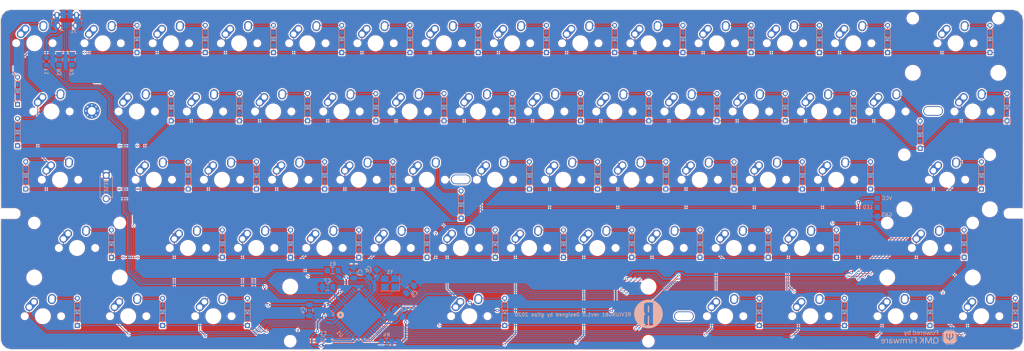
<source format=kicad_pcb>
(kicad_pcb (version 20221018) (generator pcbnew)
  (title_block (title "REVIUNG61") (date "2020-07-03") (rev "1.0"))
  (layers (0 "F.Cu" signal) (31 "B.Cu" signal) (34 "B.Paste" user) (35 "F.Paste" user) (36 "B.SilkS" user "B.Silkscreen") (37 "F.SilkS" user "F.Silkscreen") (38 "B.Mask" user) (39 "F.Mask" user) (44 "Edge.Cuts" user))
  (net 0 "")
  (net 1 "GND")
  (net 2 "+5V")
  (net 3 "Net-(C5-Pad1)")
  (net 4 "Net-(C6-Pad1)")
  (net 5 "Net-(C7-Pad1)")
  (net 6 "row0")
  (net 7 "Net-(D1-Pad2)")
  (net 8 "Net-(D2-Pad2)")
  (net 9 "Net-(D3-Pad2)")
  (net 10 "Net-(D4-Pad2)")
  (net 11 "Net-(D5-Pad2)")
  (net 12 "Net-(D6-Pad2)")
  (net 13 "Net-(D7-Pad2)")
  (net 14 "Net-(D8-Pad2)")
  (net 15 "Net-(D9-Pad2)")
  (net 16 "Net-(D10-Pad2)")
  (net 17 "Net-(D11-Pad2)")
  (net 18 "Net-(D12-Pad2)")
  (net 19 "Net-(D13-Pad2)")
  (net 20 "Net-(D14-Pad2)")
  (net 21 "Net-(D15-Pad2)")
  (net 22 "row1")
  (net 23 "Net-(D16-Pad2)")
  (net 24 "Net-(D17-Pad2)")
  (net 25 "Net-(D18-Pad2)")
  (net 26 "Net-(D19-Pad2)")
  (net 27 "Net-(D20-Pad2)")
  (net 28 "Net-(D21-Pad2)")
  (net 29 "Net-(D22-Pad2)")
  (net 30 "Net-(D23-Pad2)")
  (net 31 "Net-(D24-Pad2)")
  (net 32 "Net-(D25-Pad2)")
  (net 33 "Net-(D26-Pad2)")
  (net 34 "Net-(D27-Pad2)")
  (net 35 "Net-(D28-Pad2)")
  (net 36 "Net-(D29-Pad2)")
  (net 37 "row2")
  (net 38 "Net-(D30-Pad2)")
  (net 39 "Net-(D31-Pad2)")
  (net 40 "Net-(D32-Pad2)")
  (net 41 "Net-(D33-Pad2)")
  (net 42 "Net-(D34-Pad2)")
  (net 43 "Net-(D35-Pad2)")
  (net 44 "Net-(D36-Pad2)")
  (net 45 "Net-(D37-Pad2)")
  (net 46 "Net-(D38-Pad2)")
  (net 47 "Net-(D39-Pad2)")
  (net 48 "Net-(D40-Pad2)")
  (net 49 "Net-(D41-Pad2)")
  (net 50 "row3")
  (net 51 "Net-(D42-Pad2)")
  (net 52 "Net-(D43-Pad2)")
  (net 53 "Net-(D44-Pad2)")
  (net 54 "Net-(D45-Pad2)")
  (net 55 "Net-(D46-Pad2)")
  (net 56 "Net-(D47-Pad2)")
  (net 57 "Net-(D48-Pad2)")
  (net 58 "Net-(D49-Pad2)")
  (net 59 "Net-(D50-Pad2)")
  (net 60 "Net-(D51-Pad2)")
  (net 61 "Net-(D52-Pad2)")
  (net 62 "Net-(D53-Pad2)")
  (net 63 "row4")
  (net 64 "Net-(D54-Pad2)")
  (net 65 "Net-(D55-Pad2)")
  (net 66 "Net-(D56-Pad2)")
  (net 67 "Net-(D57-Pad2)")
  (net 68 "Net-(D58-Pad2)")
  (net 69 "Net-(D59-Pad2)")
  (net 70 "Net-(D60-Pad2)")
  (net 71 "Net-(D61-Pad2)")
  (net 72 "VCC")
  (net 73 "D-")
  (net 74 "D+")
  (net 75 "Net-(R1-Pad2)")
  (net 76 "Net-(R2-Pad1)")
  (net 77 "Net-(R3-Pad1)")
  (net 78 "Net-(R4-Pad2)")
  (net 79 "col0")
  (net 80 "col1")
  (net 81 "col2")
  (net 82 "col3")
  (net 83 "col4")
  (net 84 "col5")
  (net 85 "col6")
  (net 86 "col7")
  (net 87 "col8")
  (net 88 "col9")
  (net 89 "col10")
  (net 90 "col11")
  (net 91 "col12")
  (net 92 "col13")
  (net 93 "LED")
  (footprint "_MX_Alps_Hybrid:MX-1U-NoLED" (layer "F.Cu") (at 29.45 29.42)
    (fp_text reference "SW1")
    (fp_text value "SW_PUSH")
  )
  (footprint "_MX_Alps_Hybrid:MX-1U-NoLED" (layer "F.Cu") (at 48.5 29.45)
    (fp_text reference "SW2")
    (fp_text value "SW_PUSH")
  )
  (footprint "_MX_Alps_Hybrid:MX-1U-NoLED" (layer "F.Cu") (at 67.55 29.45)
    (fp_text reference "SW3")
    (fp_text value "SW_PUSH")
  )
  (footprint "_MX_Alps_Hybrid:MX-1U-NoLED" (layer "F.Cu") (at 86.6 29.45)
    (fp_text reference "SW4")
    (fp_text value "SW_PUSH")
  )
  (footprint "_MX_Alps_Hybrid:MX-1U-NoLED" (layer "F.Cu") (at 105.65 29.45)
    (fp_text reference "SW5")
    (fp_text value "SW_PUSH")
  )
  (footprint "_MX_Alps_Hybrid:MX-1U-NoLED" (layer "F.Cu") (at 124.7 29.45)
    (fp_text reference "SW6")
    (fp_text value "SW_PUSH")
  )
  (footprint "_MX_Alps_Hybrid:MX-1U-NoLED" (layer "F.Cu") (at 143.75 29.45)
    (fp_text reference "SW7")
    (fp_text value "SW_PUSH")
  )
  (footprint "_MX_Alps_Hybrid:MX-1U-NoLED" (layer "F.Cu") (at 162.8 29.45)
    (fp_text reference "SW8")
    (fp_text value "SW_PUSH")
  )
  (footprint "_MX_Alps_Hybrid:MX-1U-NoLED" (layer "F.Cu") (at 181.85 29.45)
    (fp_text reference "SW9")
    (fp_text value "SW_PUSH")
  )
  (footprint "_MX_Alps_Hybrid:MX-1U-NoLED" (layer "F.Cu") (at 200.9 29.45)
    (fp_text reference "SW10")
    (fp_text value "SW_PUSH")
  )
  (footprint "_MX_Alps_Hybrid:MX-1U-NoLED" (layer "F.Cu") (at 219.95 29.45)
    (fp_text reference "SW11")
    (fp_text value "SW_PUSH")
  )
  (footprint "_MX_Alps_Hybrid:MX-1U-NoLED" (layer "F.Cu") (at 239 29.45)
    (fp_text reference "SW12")
    (fp_text value "SW_PUSH")
  )
  (footprint "_MX_Alps_Hybrid:MX-1U-NoLED" (layer "F.Cu") (at 258.05 29.45)
    (fp_text reference "SW13")
    (fp_text value "SW_PUSH")
  )
  (footprint "_MX_Alps_Hybrid:MX-2U-NoLED" (layer "F.Cu") (at 286.625 29.45)
    (fp_text reference "SW14")
    (fp_text value "SW_PUSH_2U")
  )
  (footprint "_MX_Alps_Hybrid:MX-1U-NoLED" (layer "F.Cu") (at 34.2125 48.5)
    (fp_text reference "SW15")
    (fp_text value "SW_PUSH")
  )
  (footprint "_MX_Alps_Hybrid:MX-1U-NoLED" (layer "F.Cu") (at 58.025 48.5)
    (fp_text reference "SW16")
    (fp_text value "SW_PUSH")
  )
  (footprint "_MX_Alps_Hybrid:MX-1U-NoLED" (layer "F.Cu") (at 77.075 48.5)
    (fp_text reference "SW17")
    (fp_text value "SW_PUSH")
  )
  (footprint "_MX_Alps_Hybrid:MX-1U-NoLED" (layer "F.Cu") (at 96.125 48.5)
    (fp_text reference "SW18")
    (fp_text value "SW_PUSH")
  )
  (footprint "_MX_Alps_Hybrid:MX-1U-NoLED" (layer "F.Cu") (at 115.175 48.5)
    (fp_text reference "SW19")
    (fp_text value "SW_PUSH")
  )
  (footprint "_MX_Alps_Hybrid:MX-1U-NoLED" (layer "F.Cu") (at 134.225 48.5)
    (fp_text reference "SW20")
    (fp_text value "SW_PUSH")
  )
  (footprint "_MX_Alps_Hybrid:MX-1U-NoLED" (layer "F.Cu") (at 153.275 48.5)
    (fp_text reference "SW21")
    (fp_text value "SW_PUSH")
  )
  (footprint "_MX_Alps_Hybrid:MX-1U-NoLED" (layer "F.Cu") (at 172.325 48.5)
    (fp_text reference "SW22")
    (fp_text value "SW_PUSH")
  )
  (footprint "_MX_Alps_Hybrid:MX-1U-NoLED" (layer "F.Cu") (at 191.375 48.5)
    (fp_text reference "SW23")
    (fp_text value "SW_PUSH")
  )
  (footprint "_MX_Alps_Hybrid:MX-1U-NoLED" (layer "F.Cu") (at 210.425 48.5)
    (fp_text reference "SW24")
    (fp_text value "SW_PUSH")
  )
  (footprint "_MX_Alps_Hybrid:MX-1U-NoLED" (layer "F.Cu") (at 229.475 48.5)
    (fp_text reference "SW25")
    (fp_text value "SW_PUSH")
  )
  (footprint "_MX_Alps_Hybrid:MX-1U-NoLED" (layer "F.Cu") (at 248.525 48.5)
    (fp_text reference "SW26")
    (fp_text value "SW_PUSH")
  )
  (footprint "_MX_Alps_Hybrid:MX-1U-NoLED" (layer "F.Cu") (at 267.575 48.5)
    (fp_text reference "SW27")
    (fp_text value "SW_PUSH")
  )
  (footprint "_MX_Alps_Hybrid:MX-1U-NoLED" (layer "F.Cu") (at 291.3875 48.5)
    (fp_text reference "SW28")
    (fp_text value "SW_PUSH")
  )
  (footprint "_MX_Alps_Hybrid:MX-1U-NoLED" (layer "F.Cu") (at 36.59375 67.55)
    (fp_text reference "SW29")
    (fp_text value "SW_PUSH")
  )
  (footprint "_MX_Alps_Hybrid:MX-1U-NoLED" (layer "F.Cu") (at 62.7875 67.55)
    (fp_text reference "SW30")
    (fp_text value "SW_PUSH")
  )
  (footprint "_MX_Alps_Hybrid:MX-1U-NoLED" (layer "F.Cu") (at 81.8375 67.55)
    (fp_text reference "SW31")
    (fp_text value "SW_PUSH")
  )
  (footprint "_MX_Alps_Hybrid:MX-1U-NoLED" (layer "F.Cu") (at 100.8875 67.55)
    (fp_text reference "SW32")
    (fp_text value "SW_PUSH")
  )
  (footprint "_MX_Alps_Hybrid:MX-1U-NoLED" (layer "F.Cu") (at 119.9375 67.55)
    (fp_text reference "SW33")
    (fp_text value "SW_PUSH")
  )
  (footprint "_MX_Alps_Hybrid:MX-1U-NoLED" (layer "F.Cu") (at 138.9875 67.55)
    (fp_text reference "SW34")
    (fp_text value "SW_PUSH")
  )
  (footprint "_MX_Alps_Hybrid:MX-1U-NoLED" (layer "F.Cu") (at 158.0375 67.55)
    (fp_text reference "SW35")
    (fp_text value "SW_PUSH")
  )
  (footprint "_MX_Alps_Hybrid:MX-1U-NoLED" (layer "F.Cu") (at 177.0875 67.55)
    (fp_text reference "SW36")
    (fp_text value "SW_PUSH")
  )
  (footprint "_MX_Alps_Hybrid:MX-1U-NoLED" (layer "F.Cu") (at 196.1375 67.55)
    (fp_text reference "SW37")
    (fp_text value "SW_PUSH")
  )
  (footprint "_MX_Alps_Hybrid:MX-1U-NoLED" (layer "F.Cu") (at 215.1875 67.55)
    (fp_text reference "SW38")
    (fp_text value "SW_PUSH")
  )
  (footprint "_MX_Alps_Hybrid:MX-1U-NoLED" (layer "F.Cu") (at 234.2375 67.55)
    (fp_text reference "SW39")
    (fp_text value "SW_PUSH")
  )
  (footprint "_MX_Alps_Hybrid:MX-1U-NoLED" (layer "F.Cu") (at 253.2875 67.55)
    (fp_text reference "SW40")
    (fp_text value "SW_PUSH")
  )
  (footprint "_MX_Alps_Hybrid:MX-2.25U-NoLED" (layer "F.Cu") (at 284.24375 67.55)
    (fp_text reference "SW41")
    (fp_text value "SW_PUSH_2.25U")
  )
  (footprint "_MX_Alps_Hybrid:MX-2.25U-NoLED" (layer "F.Cu") (at 41.35625 86.6)
    (fp_text reference "SW42")
    (fp_text value "SW_PUSH_2.25U")
  )
  (footprint "_MX_Alps_Hybrid:MX-1U-NoLED" (layer "F.Cu") (at 72.3125 86.6)
    (fp_text reference "SW43")
    (fp_text value "SW_PUSH")
  )
  (footprint "_MX_Alps_Hybrid:MX-1U-NoLED" (layer "F.Cu") (at 91.3625 86.6)
    (fp_text reference "SW44")
    (fp_text value "SW_PUSH")
  )
  (footprint "_MX_Alps_Hybrid:MX-1U-NoLED" (layer "F.Cu") (at 110.4125 86.6)
    (fp_text reference "SW45")
    (fp_text value "SW_PUSH")
  )
  (footprint "_MX_Alps_Hybrid:MX-1U-NoLED" (layer "F.Cu") (at 129.4625 86.6)
    (fp_text reference "SW46")
    (fp_text value "SW_PUSH")
  )
  (footprint "_MX_Alps_Hybrid:MX-1U-NoLED" (layer "F.Cu") (at 148.5125 86.6)
    (fp_text reference "SW47")
    (fp_text value "SW_PUSH")
  )
  (footprint "_MX_Alps_Hybrid:MX-1U-NoLED" (layer "F.Cu") (at 167.5625 86.6)
    (fp_text reference "SW48")
    (fp_text value "SW_PUSH")
  )
  (footprint "_MX_Alps_Hybrid:MX-1U-NoLED" (layer "F.Cu") (at 186.6125 86.6)
    (fp_text reference "SW49")
    (fp_text value "SW_PUSH")
  )
  (footprint "_MX_Alps_Hybrid:MX-1U-NoLED" (layer "F.Cu") (at 205.6625 86.6)
    (fp_text reference "SW50")
    (fp_text value "SW_PUSH")
  )
  (footprint "_MX_Alps_Hybrid:MX-1U-NoLED" (layer "F.Cu") (at 224.7125 86.6)
    (fp_text reference "SW51")
    (fp_text value "SW_PUSH")
  )
  (footprint "_MX_Alps_Hybrid:MX-1U-NoLED" (layer "F.Cu") (at 243.7625 86.6)
    (fp_text reference "SW52")
    (fp_text value "SW_PUSH")
  )
  (footprint "_MX_Alps_Hybrid:MX-2.75U-NoLED" (layer "F.Cu") (at 279.48125 86.6)
    (fp_text reference "SW53")
    (fp_text value "SW_PUSH_2.75U")
  )
  (footprint "_MX_Alps_Hybrid:MX-1U-NoLED" (layer "F.Cu") (at 31.83125 105.65)
    (fp_text reference "SW54")
    (fp_text value "SW_PUSH")
  )
  (footprint "_MX_Alps_Hybrid:MX-1U-NoLED" (layer "F.Cu") (at 55.63 105.65)
    (fp_text reference "SW55")
    (fp_text value "SW_PUSH")
  )
  (footprint "_MX_Alps_Hybrid:MX-1U-NoLED" (layer "F.Cu") (at 79.41 105.65)
    (fp_text reference "SW56")
    (fp_text value "SW_PUSH")
  )
  (footprint "_MX_Alps_Hybrid:MX-1U-NoLED" (layer "F.Cu") (at 222.29 105.65)
    (fp_text reference "SW58")
    (fp_text value "SW_PUSH")
  )
  (footprint "_MX_Alps_Hybrid:MX-1U-NoLED" (layer "F.Cu") (at 246.09 105.65)
    (fp_text reference "SW59")
    (fp_text value "SW_PUSH")
  )
  (footprint "_MX_Alps_Hybrid:MX-1U-NoLED" (layer "F.Cu") (at 269.91 105.65)
    (fp_text reference "SW60")
    (fp_text value "SW_PUSH")
  )
  (footprint "_MX_Alps_Hybrid:MX-1U-NoLED" (layer "F.Cu") (at 293.77 105.65)
    (fp_text reference "SW61")
    (fp_text value "SW_PUSH")
  )
  (footprint "_MX_Alps_Hybrid:MX-6.25U-ReversedStabilizers-NoLED" (layer "F.Cu") (at 150.87 105.65)
    (fp_text reference "SW57")
    (fp_text value "SW_PUSH_6.25U")
  )
  (footprint "MountingHole:MountingHole_2.2mm_M2_Pad_Via" (layer "F.Cu") (at 45.48 48.34)
    (fp_text reference "H1" hide)
    (fp_text value "MountingHole_2.2mm_M2_Pad_Via")
  )
  (footprint "_reviung-kbd:HOLE_2.2mm_5.0mm" (layer "F.Cu") (at 210.79 105.66)
    (fp_text reference "H3" hide)
    (fp_text value "HOLE_2.2mm_5.0mm")
  )
  (footprint "_reviung-kbd:HOLE_2.2mm_5.0mm" (layer "F.Cu") (at 280.35 48.34)
    (fp_text reference "H4" hide)
    (fp_text value "HOLE_2.2mm_5.0mm")
  )
  (footprint "_reviung-kbd:HOLE_2.2mm_5.0mm" (layer "F.Cu") (at 148.47 67.45)
    (fp_text reference "H2" hide)
    (fp_text value "HOLE_2.2mm_5.0mm")
  )
  (footprint "Capacitor_SMD:C_1206_3216Metric_Pad1.42x1.75mm_HandSolder" (layer "B.Cu") (at 110.1125 112.25 180)
    (fp_text reference "C1")
    (fp_text value "0.1uF")
  )
  (footprint "Capacitor_SMD:C_1206_3216Metric_Pad1.42x1.75mm_HandSolder" (layer "B.Cu") (at 131.248179 104.748179 135)
    (fp_text reference "C2")
    (fp_text value "0.1uF")
  )
  (footprint "Capacitor_SMD:C_1206_3216Metric_Pad1.42x1.75mm_HandSolder" (layer "B.Cu") (at 118.6 93.5125 90)
    (fp_text reference "C3")
    (fp_text value "0.1uF")
  )
  (footprint "Capacitor_SMD:C_1206_3216Metric_Pad1.42x1.75mm_HandSolder" (layer "B.Cu") (at 106.25 104.0125 -90)
    (fp_text reference "C4")
    (fp_text value "10uF")
  )
  (footprint "Capacitor_SMD:C_1206_3216Metric_Pad1.42x1.75mm_HandSolder" (layer "B.Cu") (at 134.301821 98.198179 45)
    (fp_text reference "C5")
    (fp_text value "22pF")
  )
  (footprint "Capacitor_SMD:C_1206_3216Metric_Pad1.42x1.75mm_HandSolder" (layer "B.Cu") (at 123.948179 93.801821 -135)
    (fp_text reference "C6")
    (fp_text value "22pF")
  )
  (footprint "Capacitor_SMD:C_1206_3216Metric_Pad1.42x1.75mm_HandSolder" (layer "B.Cu") (at 111.3 97.5 180)
    (fp_text reference "C7")
    (fp_text value "1uF")
  )
  (footprint "Fuse:Fuse_0805_2012Metric_Pad1.15x1.40mm_HandSolder" (layer "B.Cu") (at 32.8 34.525 90)
    (fp_text reference "F1")
    (fp_text value "500mA")
  )
  (footprint "Resistor_SMD:R_1206_3216Metric_Pad1.42x1.75mm_HandSolder" (layer "B.Cu") (at 112.7125 92.9 180)
    (fp_text reference "R1")
    (fp_text value "10k")
  )
  (footprint "Resistor_SMD:R_1206_3216Metric_Pad1.42x1.75mm_HandSolder" (layer "B.Cu") (at 39.9 34.04 90)
    (fp_text reference "R2")
    (fp_text value "22")
  )
  (footprint "Resistor_SMD:R_1206_3216Metric_Pad1.42x1.75mm_HandSolder" (layer "B.Cu") (at 36.4 34.04 90)
    (fp_text reference "R3")
    (fp_text value "22")
  )
  (footprint "Resistor_SMD:R_1206_3216Metric_Pad1.42x1.75mm_HandSolder" (layer "B.Cu") (at 127.7875 112.7 180)
    (fp_text reference "R4")
    (fp_text value "10k")
  )
  (footprint "Package_QFP:TQFP-44_10x10mm_P0.8mm" (layer "B.Cu") (at 120.017767 105.29325 -45)
    (fp_text reference "U1")
    (fp_text value "ATmega32U4-AU")
  )
  (footprint "Crystal:Crystal_SMD_3225-4Pin_3.2x2.5mm_HandSoldering" (layer "B.Cu") (at 128.7 96.35 180)
    (fp_text reference "Y1")
    (fp_text value "16MHz")
  )
  (footprint "_reviung-kbd:D3_TH_SMD_1side" (layer "B.Cu") (at 24.75 42.72 90)
    (fp_text reference "D1" hide)
    (fp_text value "1N4148W" hide)
  )
  (footprint "_reviung-kbd:D3_TH_SMD_1side" (layer "B.Cu") (at 58.1 28.25 90)
    (fp_text reference "D2" hide)
    (fp_text value "1N4148W" hide)
  )
  (footprint "_reviung-kbd:D3_TH_SMD_1side" (layer "B.Cu") (at 77.15 28.25 90)
    (fp_text reference "D3" hide)
    (fp_text value "1N4148W" hide)
  )
  (footprint "_reviung-kbd:D3_TH_SMD_1side" (layer "B.Cu") (at 96.2 28.25 90)
    (fp_text reference "D4" hide)
    (fp_text value "1N4148W" hide)
  )
  (footprint "_reviung-kbd:D3_TH_SMD_1side" (layer "B.Cu") (at 115.25 28.25 90)
    (fp_text reference "D5" hide)
    (fp_text value "1N4148W" hide)
  )
  (footprint "_reviung-kbd:D3_TH_SMD_1side" (layer "B.Cu") (at 134.3 28.25 90)
    (fp_text reference "D6" hide)
    (fp_text value "1N4148W" hide)
  )
  (footprint "_reviung-kbd:D3_TH_SMD_1side" (layer "B.Cu") (at 153.35 28.25 90)
    (fp_text reference "D7" hide)
    (fp_text value "1N4148W" hide)
  )
  (footprint "_reviung-kbd:D3_TH_SMD_1side" (layer "B.Cu") (at 172.4 28.25 90)
    (fp_text reference "D8" hide)
    (fp_text value "1N4148W" hide)
  )
  (footprint "_reviung-kbd:D3_TH_SMD_1side" (layer "B.Cu") (at 191.45 28.25 90)
    (fp_text reference "D9" hide)
    (fp_text value "1N4148W" hide)
  )
  (footprint "_reviung-kbd:D3_TH_SMD_1side" (layer "B.Cu") (at 210.5 28.25 90)
    (fp_text reference "D10" hide)
    (fp_text value "1N4148W" hide)
  )
  (footprint "_reviung-kbd:D3_TH_SMD_1side" (layer "B.Cu") (at 229.55 28.25 90)
    (fp_text reference "D11" hide)
    (fp_text value "1N4148W" hide)
  )
  (footprint "_reviung-kbd:D3_TH_SMD_1side" (layer "B.Cu") (at 248.6 28.25 90)
    (fp_text reference "D12" hide)
    (fp_text value "1N4148W" hide)
  )
  (footprint "_reviung-kbd:D3_TH_SMD_1side" (layer "B.Cu") (at 267.65 28.25 90)
    (fp_text reference "D13" hide)
    (fp_text value "1N4148W" hide)
  )
  (footprint "_reviung-kbd:D3_TH_SMD_1side" (layer "B.Cu") (at 296.225 28.25 90)
    (fp_text reference "D14" hide)
    (fp_text value "1N4148W" hide)
  )
  (footprint "_reviung-kbd:D3_TH_SMD_1side" (layer "B.Cu") (at 24.75 54.25 90)
    (fp_text reference "D15" hide)
    (fp_text value "1N4148W" hide)
  )
  (footprint "_reviung-kbd:D3_TH_SMD_1side" (layer "B.Cu") (at 67.625 47.3 90)
    (fp_text reference "D16" hide)
    (fp_text value "1N4148W" hide)
  )
  (footprint "_reviung-kbd:D3_TH_SMD_1side" (layer "B.Cu") (at 86.675 47.3 90)
    (fp_text reference "D17" hide)
    (fp_text value "1N4148W" hide)
  )
  (footprint "_reviung-kbd:D3_TH_SMD_1side" (layer "B.Cu") (at 105.725 47.3 90)
    (fp_text reference "D18" hide)
    (fp_text value "1N4148W" hide)
  )
  (footprint "_reviung-kbd:D3_TH_SMD_1side" (layer "B.Cu") (at 124.775 47.3 90)
    (fp_text reference "D19" hide)
    (fp_text value "1N4148W" hide)
  )
  (footprint "_reviung-kbd:D3_TH_SMD_1side" (layer "B.Cu") (at 143.825 47.3 90)
    (fp_text reference "D20" hide)
    (fp_text value "1N4148W" hide)
  )
  (footprint "_reviung-kbd:D3_TH_SMD_1side" (layer "B.Cu") (at 162.875 47.3 90)
    (fp_text reference "D21" hide)
    (fp_text value "1N4148W" hide)
  )
  (footprint "_reviung-kbd:D3_TH_SMD_1side" (layer "B.Cu") (at 181.925 47.3 90)
    (fp_text reference "D22" hide)
    (fp_text value "1N4148W" hide)
  )
  (footprint "_reviung-kbd:D3_TH_SMD_1side" (layer "B.Cu") (at 200.975 47.3 90)
    (fp_text reference "D23" hide)
    (fp_text value "1N4148W" hide)
  )
  (footprint "_reviung-kbd:D3_TH_SMD_1side" (layer "B.Cu") (at 220.025 47.3 90)
    (fp_text reference "D24" hide)
    (fp_text value "1N4148W" hide)
  )
  (footprint "_reviung-kbd:D3_TH_SMD_1side" (layer "B.Cu") (at 239.075 47.3 90)
    (fp_text reference "D25" hide)
    (fp_text value "1N4148W" hide)
  )
  (footprint "_reviung-kbd:D3_TH_SMD_1side" (layer "B.Cu") (at 258.125 47.3 90)
    (fp_text reference "D26" hide)
    (fp_text value "1N4148W" hide)
  )
  (footprint "_reviung-kbd:D3_TH_SMD_1side" (layer "B.Cu") (at 276.75 54.975 90)
    (fp_text reference "D27" hide)
    (fp_text value "1N4148W" hide)
  )
  (footprint "_reviung-kbd:D3_TH_SMD_1side" (layer "B.Cu") (at 300.9875 47.3 90)
    (fp_text reference "D28" hide)
    (fp_text value "1N4148W" hide)
  )
  (footprint "_reviung-kbd:D3_TH_SMD_1side" (layer "B.Cu") (at 27.04 66.35 90)
    (fp_text reference "D29" hide)
    (fp_text value "1N4148W" hide)
  )
  (footprint "_reviung-kbd:D3_TH_SMD_1side" (layer "B.Cu") (at 72.3875 66.35 90)
    (fp_text reference "D30" hide)
    (fp_text value "1N4148W" hide)
  )
  (footprint "_reviung-kbd:D3_TH_SMD_1side" (layer "B.Cu") (at 91.4375 66.35 90)
    (fp_text reference "D31" hide)
    (fp_text value "1N4148W" hide)
  )
  (footprint "_reviung-kbd:D3_TH_SMD_1side" (layer "B.Cu") (at 110.4875 66.35 90)
    (fp_text reference "D32" hide)
    (fp_text value "1N4148W" hide)
  )
  (footprint "_reviung-kbd:D3_TH_SMD_1side" (layer "B.Cu") (at 129.5375 66.35 90)
    (fp_text reference "D33" hide)
    (fp_text value "1N4148W" hide)
  )
  (footprint "_reviung-kbd:D3_TH_SMD_1side" (layer "B.Cu") (at 148.5875 74.5 90)
    (fp_text reference "D34" hide)
    (fp_text value "1N4148W" hide)
  )
  (footprint "_reviung-kbd:D3_TH_SMD_1side" (layer "B.Cu") (at 167.6375 66.35 90)
    (fp_text reference "D35" hide)
    (fp_text value "1N4148W" hide)
  )
  (footprint "_reviung-kbd:D3_TH_SMD_1side" (layer "B.Cu") (at 186.6875 66.35 90)
    (fp_text reference "D36" hide)
    (fp_text value "1N4148W" hide)
  )
  (footprint "_reviung-kbd:D3_TH_SMD_1side" (layer "B.Cu") (at 205.7375 66.35 90)
    (fp_text reference "D37" hide)
    (fp_text value "1N4148W" hide)
  )
  (footprint "_reviung-kbd:D3_TH_SMD_1side" (layer "B.Cu") (at 224.7875 66.35 90)
    (fp_text reference "D38" hide)
    (fp_text value "1N4148W" hide)
  )
  (footprint "_reviung-kbd:D3_TH_SMD_1side" (layer "B.Cu") (at 243.8375 66.35 90)
    (fp_text reference "D39" hide)
    (fp_text value "1N4148W" hide)
  )
  (footprint "_reviung-kbd:D3_TH_SMD_1side" (layer "B.Cu") (at 262.8875 66.35 90)
    (fp_text reference "D40" hide)
    (fp_text value "1N4148W" hide)
  )
  (footprint "_reviung-kbd:D3_TH_SMD_1side" (layer "B.Cu") (at 293.8475 66.35 90)
    (fp_text reference "D41" hide)
    (fp_text value "1N4148W" hide)
  )
  (footprint "_reviung-kbd:D3_TH_SMD_1side" (layer "B.Cu") (at 50.95625 85.4 90)
    (fp_text reference "D42" hide)
    (fp_text value "1N4148W" hide)
  )
  (footprint "_reviung-kbd:D3_TH_SMD_1side" (layer "B.Cu") (at 81.9125 85.4 90)
    (fp_text reference "D43" hide)
    (fp_text value "1N4148W" hide)
  )
  (footprint "_reviung-kbd:D3_TH_SMD_1side" (layer "B.Cu") (at 100.9625 85.4 90)
    (fp_text reference "D44" hide)
    (fp_text value "1N4148W" hide)
  )
  (footprint "_reviung-kbd:D3_TH_SMD_1side" (layer "B.Cu") (at 120.0125 85.4 90)
    (fp_text reference "D45" hide)
    (fp_text value "1N4148W" hide)
  )
  (footprint "_reviung-kbd:D3_TH_SMD_1side" (layer "B.Cu") (at 139.0625 85.4 90)
    (fp_text reference "D46" hide)
    (fp_text value "1N4148W" hide)
  )
  (footprint "_reviung-kbd:D3_TH_SMD_1side" (layer "B.Cu") (at 158.1125 85.4 90)
    (fp_text reference "D47" hide)
    (fp_text value "1N4148W" hide)
  )
  (footprint "_reviung-kbd:D3_TH_SMD_1side" (layer "B.Cu") (at 177.1625 85.4 90)
    (fp_text reference "D48" hide)
    (fp_text value "1N4148W" hide)
  )
  (footprint "_reviung-kbd:D3_TH_SMD_1side" (layer "B.Cu") (at 196.2125 85.4 90)
    (fp_text reference "D49" hide)
    (fp_text value "1N4148W" hide)
  )
  (footprint "_reviung-kbd:D3_TH_SMD_1side" (layer "B.Cu") (at 215.2625 85.4 90)
    (fp_text reference "D50" hide)
    (fp_text value "1N4148W" hide)
  )
  (footprint "_reviung-kbd:D3_TH_SMD_1side" (layer "B.Cu") (at 234.3125 85.4 90)
    (fp_text reference "D51" hide)
    (fp_text value "1N4148W" hide)
  )
  (footprint "_reviung-kbd:D3_TH_SMD_1side" (layer "B.Cu") (at 253.3625 85.4 90)
    (fp_text reference "D52" hide)
    (fp_text value "1N4148W" hide)
  )
  (footprint "_reviung-kbd:D3_TH_SMD_1side" (layer "B.Cu") (at 289.02 85.4 90)
    (fp_text reference "D53" hide)
    (fp_text value "1N4148W" hide)
  )
  (footprint "_reviung-kbd:D3_TH_SMD_1side" (layer "B.Cu") (at 41.43125 104.45 90)
    (fp_text reference "D54" hide)
    (fp_text value "1N4148W" hide)
  )
  (footprint "_reviung-kbd:D3_TH_SMD_1side" (layer "B.Cu") (at 65.24375 104.45 90)
    (fp_text reference "D55" hide)
    (fp_text value "1N4148W" hide)
  )
  (footprint "_reviung-kbd:D3_TH_SMD_1side" (layer "B.Cu") (at 88.93 104.45 90)
    (fp_text reference "D56" hide)
    (fp_text value "1N4148W" hide)
  )
  (footprint "_reviung-kbd:D3_TH_SMD_1side" (layer "B.Cu") (at 160.76 104.45 90)
    (fp_text reference "D57" hide)
    (fp_text value "1N4148W" hide)
  )
  (footprint "_reviung-kbd:D3_TH_SMD_1side" (layer "B.Cu") (at 231.81 104.45 90)
    (fp_text reference "D58" hide)
    (fp_text value "1N4148W" hide)
  )
  (footprint "_reviung-kbd:D3_TH_SMD_1side" (layer "B.Cu") (at 255.61 104.45 90)
    (fp_text reference "D59" hide)
    (fp_text value "1N4148W" hide)
  )
  (footprint "_reviung-kbd:D3_TH_SMD_1side" (layer "B.Cu") (at 279.46 104.45 90)
    (fp_text reference "D60" hide)
    (fp_text value "1N4148W" hide)
  )
  (footprint "_reviung-kbd:D3_TH_SMD_1side" (layer "B.Cu") (at 303.3 104.45 90)
    (fp_text reference "D61" hide)
    (fp_text value "1N4148W" hide)
  )
  (footprint "Connector_USB:USB_Micro-B_Amphenol_10103594-0001LF_Horizontal" (layer "B.Cu") (at 38.49 22.66)
    (fp_text reference "J1")
    (fp_text value "10103594-0001LF")
  )
  (footprint "_reviung-kbd:ResetSW_1side" (layer "B.Cu") (at 49.5 69.61 90)
    (fp_text reference "RESET1" hide)
    (fp_text value "RESET")
  )
  (footprint "_reviung-kbd:StripLED_1side" (layer "B.Cu") (at 264.75 77.79)
    (fp_text reference "J2" hide)
    (fp_text value "Conn_01x03" hide)
  )
  (footprint "_reviung-kbd:R-x4-ver1" (layer "B.Cu") (at 200.9 105 180)
    (fp_text reference "G***" hide)
    (fp_text value "LOGO" hide)
  )
  (footprint "_reviung-kbd:QMK-x4-ver1" (layer "B.Cu") (at 276.5 111.5 180)
    (fp_text reference "G***" hide)
    (fp_text value "LOGO" hide)
  )
  (gr_circle (center 114.9 105.3) (end 115.2 105.3) (stroke (width 0.7)) (fill none) (layer "B.SilkS"))
  (gr_curve (pts (xy 301.486977 78.330007) (xy 300.741394 78.330007) (xy 300.136995 77.725587) (xy 300.136995 76.980004)) (stroke (width 0.1)) (layer "Edge.Cuts"))
  (gr_curve (pts (xy 302.519989 115.019671) (xy 304.176843 115.019671) (xy 305.52 113.676536) (xy 305.52 112.019682)) (stroke (width 0.1)) (layer "Edge.Cuts"))
  (gr_curve (pts (xy 305.52 23.019667) (xy 305.52 21.362813) (xy 304.176843 20.019678) (xy 302.519989 20.019678)) (stroke (width 0.1)) (layer "Edge.Cuts"))
  (gr_curve (pts (xy 305.52 75.63) (xy 305.52 75.63) (xy 305.52 23.019667) (xy 305.52 23.019667)) (stroke (width 0.1)) (layer "Edge.Cuts"))
  (gr_curve (pts (xy 20.020006 112.019682) (xy 20.020006 113.676536) (xy 21.363141 115.019671) (xy 23.019995 115.019671)) (stroke (width 0.1)) (layer "Edge.Cuts"))
  (gr_curve (pts (xy 300.136995 76.980004) (xy 300.136995 76.23442) (xy 300.741416 75.63) (xy 301.486999 75.63)) (stroke (width 0.1)) (layer "Edge.Cuts"))
  (gr_curve (pts (xy 305.52 112.019682) (xy 305.52 112.019682) (xy 305.52 78.330007) (xy 305.52 78.330007)) (stroke (width 0.1)) (layer "Edge.Cuts"))
  (gr_curve (pts (xy 24.065173 75.597681) (xy 24.83836 75.597681) (xy 25.465173 76.224473) (xy 25.465173 76.997681)) (stroke (width 0.1)) (layer "Edge.Cuts"))
  (gr_curve (pts (xy 23.019995 115.019671) (xy 23.019995 115.019671) (xy 302.519989 115.019671) (xy 302.519989 115.019671)) (stroke (width 0.1)) (layer "Edge.Cuts"))
  (gr_curve (pts (xy 302.519989 20.019678) (xy 302.519989 20.019678) (xy 23.019995 20.019678) (xy 23.019995 20.019678)) (stroke (width 0.1)) (layer "Edge.Cuts"))
  (gr_curve (pts (xy 20.020006 75.597681) (xy 20.020006 75.597681) (xy 24.065173 75.597681) (xy 24.065173 75.597681)) (stroke (width 0.1)) (layer "Edge.Cuts"))
  (gr_curve (pts (xy 20.020006 78.397682) (xy 20.020006 78.397682) (xy 20.020006 112.019682) (xy 20.020006 112.019682)) (stroke (width 0.1)) (layer "Edge.Cuts"))
  (gr_curve (pts (xy 23.019995 20.019678) (xy 21.363141 20.019678) (xy 20.020006 21.362813) (xy 20.020006 23.019667)) (stroke (width 0.1)) (layer "Edge.Cuts"))
  (gr_curve (pts (xy 301.486999 75.63) (xy 301.486999 75.63) (xy 305.52 75.63) (xy 305.52 75.63)) (stroke (width 0.1)) (layer "Edge.Cuts"))
  (gr_curve (pts (xy 24.065173 78.397682) (xy 24.065173 78.397682) (xy 20.020006 78.397682) (xy 20.020006 78.397682)) (stroke (width 0.1)) (layer "Edge.Cuts"))
  (gr_curve (pts (xy 20.020006 23.019667) (xy 20.020006 23.019667) (xy 20.020006 75.597681) (xy 20.020006 75.597681)) (stroke (width 0.1)) (layer "Edge.Cuts"))
  (gr_curve (pts (xy 305.52 78.330007) (xy 305.52 78.330007) (xy 301.486977 78.330007) (xy 301.486977 78.330007)) (stroke (width 0.1)) (layer "Edge.Cuts"))
  (gr_curve (pts (xy 25.465173 76.997681) (xy 25.465173 77.770868) (xy 24.83836 78.397682) (xy 24.065173 78.397682)) (stroke (width 0.1)) (layer "Edge.Cuts"))
  (gr_text "REVIUNG61 rev1.0 Designed by gtips 2020" (at 179.8 105.2) (layer "B.SilkS") (effects (font (size 1 1)) (justify mirror)))
  (segment (start 127.397384 106.495332) (end 130.196358 103.696358) (width 0.4) (layer "B.Cu") (net 1))
  (segment (start 37.505 21.275) (end 36.005 21.275) (width 0.6) (layer "B.Cu") (net 1))
  (segment (start 118.25 111.5865) (end 120.04325 109.79325) (width 0.4) (layer "B.Cu") (net 1))
  (segment (start 123.900277 105.936223) (end 126.317594 105.936223) (width 0.4) (layer "B.Cu") (net 1))
  (segment (start 120.67501 113.97501) (end 119.940479 113.240479) (width 0.4) (layer "B.Cu") (net 1))
  (segment (start 109.90001 110.97499) (end 108.625 112.25) (width 0.4) (layer "B.Cu") (net 1))
  (segment (start 120.168989 91.331011) (end 119.475 92.025) (width 0.4) (layer "B.Cu") (net 1))
  (segment (start 129.275 112.7) (end 127.99999 113.97501) (width 0.4) (layer "B.Cu") (net 1))
  (segment (start 122.916905 100.308131) (end 122.357796 100.86724) (width 0.4) (layer "B.Cu") (net 1))
  (segment (start 130.15 95.2) (end 133.407284 95.2) (width 0.4) (layer "B.Cu") (net 1))
  (segment (start 107.100001 106.350001) (end 106.25 105.5) (width 0.4) (layer "B.Cu") (net 1))
  (segment (start 122.896358 93.050502) (end 124.615849 91.331011) (width 0.4) (layer "B.Cu") (net 1))
  (segment (start 115.421573 101.828427) (end 116.2 102.606854) (width 0.4) (layer "B.Cu") (net 1))
  (segment (start 124.75 96.707284) (end 122.896358 94.853642) (width 0.4) (layer "B.Cu") (net 1))
  (segment (start 126.281011 91.331011) (end 130.15 95.2) (width 0.4) (layer "B.Cu") (net 1))
  (segment (start 129.779998 95.2) (end 130.15 95.2) (width 0.4) (layer "B.Cu") (net 1))
  (segment (start 127.99999 113.97501) (end 120.67501 113.97501) (width 0.4) (layer "B.Cu") (net 1))
  (segment (start 122.357796 100.86724) (end 122.357796 104.393742) (width 0.4) (layer "B.Cu") (net 1))
  (segment (start 122.916905 100.13137) (end 122.916905 100.308131) (width 0.4) (layer "B.Cu") (net 1))
  (segment (start 122.357796 104.393742) (end 123.900277 105.936223) (width 0.4) (layer "B.Cu") (net 1))
  (segment (start 115.980681 102.387535) (end 115.421573 101.828427) (width 0.4) (layer "B.Cu") (net 1))
  (segment (start 112.368156 98.77501) (end 115.421573 101.828427) (width 0.4) (layer "B.Cu") (net 1))
  (segment (start 113.502365 112.145609) (end 112.331746 110.97499) (width 0.4) (layer "B.Cu") (net 1))
  (segment (start 109.8125 97.5) (end 111.08751 98.77501) (width 0.4) (layer "B.Cu") (net 1))
  (segment (start 126.317594 105.936223) (end 126.876703 106.495332) (width 0.4) (layer "B.Cu") (net 1))
  (segment (start 119.940479 113.240479) (end 119.940479 109.896021) (width 0.4) (layer "B.Cu") (net 1))
  (segment (start 120.66074 102.387535) (end 115.980681 102.387535) (width 0.4) (layer "B.Cu") (net 1))
  (segment (start 111.209539 107.620126) (end 109.939414 106.350001) (width 0.4) (layer "B.Cu") (net 1))
  (segment (start 112.331746 110.97499) (end 109.90001 110.97499) (width 0.4) (layer "B.Cu") (net 1))
  (segment (start 113.547756 107.061017) (end 112.988647 107.620126) (width 0.4) (layer "B.Cu") (net 1))
  (segment (start 116.2 102.606854) (end 116.2 104.585534) (width 0.4) (layer "B.Cu") (net 1))
  (segment (start 111.08751 98.77501) (end 112.368156 98.77501) (width 0.4) (layer "B.Cu") (net 1))
  (segment (start 126.876703 106.495332) (end 127.397384 106.495332) (width 0.4) (layer "B.Cu") (net 1))
  (segment (start 124.831011 91.331011) (end 126.281011 91.331011) (width 0.4) (layer "B.Cu") (net 1))
  (segment (start 122.916905 100.13137) (end 120.66074 102.387535) (width 0.4) (layer "B.Cu") (net 1))
  (segment (start 127.479998 97.5) (end 129.779998 95.2) (width 0.4) (layer "B.Cu") (net 1))
  (segment (start 109.939414 106.350001) (end 107.100001 106.350001) (width 0.4) (layer "B.Cu") (net 1))
  (segment (start 124.75 98.298275) (end 124.75 96.707284) (width 0.4) (layer "B.Cu") (net 1))
  (segment (start 113.724517 107.061017) (end 113.547756 107.061017) (width 0.4) (layer "B.Cu") (net 1))
  (segment (start 117.690891 112.145609) (end 113.502365 112.145609) (width 0.4) (layer "B.Cu") (net 1))
  (segment (start 40.765 24.425) (end 40.885 24.545) (width 0.4) (layer "B.Cu") (net 1))
  (segment (start 127.25 97.5) (end 127.479998 97.5) (width 0.4) (layer "B.Cu") (net 1))
  (segment (start 119.475 92.025) (end 118.6 92.025) (width 0.4) (layer "B.Cu") (net 1))
  (segment (start 36.005 21.275) (end 35.735 21.545) (width 0.6) (layer "B.Cu") (net 1))
  (segment (start 118.25 111.5865) (end 117.690891 112.145609) (width 0.4) (layer "B.Cu") (net 1))
  (segment (start 116.2 104.585534) (end 113.724517 107.061017) (width 0.4) (layer "B.Cu") (net 1))
  (segment (start 120.168989 91.331011) (end 124.831011 91.331011) (width 0.4) (layer "B.Cu") (net 1))
  (segment (start 122.916905 100.13137) (end 124.75 98.298275) (width 0.4) (layer "B.Cu") (net 1))
  (segment (start 118.25 111.5865) (end 118.809108 111.027392) (width 0.4) (layer "B.Cu") (net 1))
  (segment (start 120.04325 109.79325) (end 123.900277 105.936223) (width 0.4) (layer "B.Cu") (net 1))
  (segment (start 133.407284 95.2) (end 135.353642 97.146358) (width 0.4) (layer "B.Cu") (net 1))
  (segment (start 119.940479 109.896021) (end 120.04325 109.79325) (width 0.4) (layer "B.Cu") (net 1))
  (segment (start 39.765 24.425) (end 40.765 24.425) (width 0.4) (layer "B.Cu") (net 1))
  (segment (start 112.988647 107.620126) (end 111.209539 107.620126) (width 0.4) (layer "B.Cu") (net 1))
  (segment (start 124.615849 91.331011) (end 124.831011 91.331011) (width 0.4) (layer "B.Cu") (net 1))
  (segment (start 122.896358 94.853642) (end 122.896358 93.050502) (width 0.4) (layer "B.Cu") (net 1))
  (segment (start 94.75 102.5) (end 94.75 102.5) (width 0.4) (layer "F.Cu") (net 2))
  (segment (start 191.75 102.850002) (end 191.75 102.5) (width 0.4) (layer "F.Cu") (net 2))
  (segment (start 194.75 95.25) (end 191.75 98.25) (width 0.4) (layer "F.Cu") (net 2))
  (segment (start 259.5 74) (end 259.5 91.5) (width 0.4) (layer "F.Cu") (net 2))
  (segment (start 112.9 113.3) (end 131.6 113.3) (width 0.4) (layer "F.Cu") (net 2))
  (segment (start 109.5 113.9) (end 112.3 113.9) (width 0.4) (layer "F.Cu") (net 2))
  (segment (start 153.300001 104.050001) (end 158.699999 104.050001) (width 0.4) (layer "F.Cu") (net 2))
  (segment (start 110.25 103.25) (end 111 102.5) (width 0.4) (layer "F.Cu") (net 2))
  (segment (start 191.75 98.25) (end 191.75 102.5) (width 0.4) (layer "F.Cu") (net 2))
  (segment (start 111 102.5) (end 116.5 97) (width 0.4) (layer "F.Cu") (net 2))
  (segment (start 93.75 97.5) (end 93.75 101.5) (width 0.4) (layer "F.Cu") (net 2))
  (segment (start 111 102.5) (end 110.375 103.125) (width 0.4) (layer "F.Cu") (net 2))
  (segment (start 108.5 107.25) (end 110.25 105.5) (width 0.4) (layer "F.Cu") (net 2))
  (segment (start 112.3 113.9) (end 112.9 113.3) (width 0.4) (layer "F.Cu") (net 2))
  (segment (start 133.1 107.3) (end 133.1 111.8) (width 0.4) (layer "F.Cu") (net 2))
  (segment (start 151.075 101.825) (end 153.300001 104.050001) (width 0.4) (layer "F.Cu") (net 2))
  (segment (start 259.5 91.5) (end 257.5 93.5) (width 0.4) (layer "F.Cu") (net 2))
  (segment (start 116.5 97) (end 116.5 95) (width 0.4) (layer "F.Cu") (net 2))
  (segment (start 133.1 111.8) (end 131.6 113.3) (width 0.4) (layer "F.Cu") (net 2))
  (segment (start 108.5 109.8) (end 108.5 107.25) (width 0.4) (layer "F.Cu") (net 2))
  (segment (start 110.25 105.5) (end 110.25 103.25) (width 0.4) (layer "F.Cu") (net 2))
  (segment (start 93.75 101.5) (end 94.75 102.5) (width 0.4) (layer "F.Cu") (net 2))
  (segment (start 190.550001 104.050001) (end 191.75 102.850002) (width 0.4) (layer "F.Cu") (net 2))
  (via (at 259.5 74) (size 0.9) (drill 0.5) (layers "F.Cu" "B.Cu") (net 2))
  (via (at 111 102.5) (size 0.9) (drill 0.5) (layers "F.Cu" "B.Cu") (net 2))
  (via (at 257.5 93.5) (size 0.9) (drill 0.5) (layers "F.Cu" "B.Cu") (net 2))
  (via (at 114.65 98.75) (size 0.9) (drill 0.5) (layers "F.Cu" "B.Cu") (net 2))
  (via (at 108.5 109.8) (size 0.9) (drill 0.5) (layers "F.Cu" "B.Cu") (net 2))
  (via (at 133.1 107.3) (size 0.9) (drill 0.5) (layers "F.Cu" "B.Cu") (net 2))
  (via (at 190.550001 104.050001) (size 0.9) (drill 0.5) (layers "F.Cu" "B.Cu") (net 2))
  (via (at 151.075 101.825) (size 0.9) (drill 0.5) (layers "F.Cu" "B.Cu") (net 2))
  (via (at 158.699999 104.050001) (size 0.9) (drill 0.5) (layers "F.Cu" "B.Cu") (net 2))
  (via (at 93.75 97.5) (size 0.9) (drill 0.5) (layers "F.Cu" "B.Cu") (net 2))
  (via (at 194.75 95.25) (size 0.9) (drill 0.5) (layers "F.Cu" "B.Cu") (net 2))
  (via (at 109.5 113.9) (size 0.9) (drill 0.5) (layers "F.Cu" "B.Cu") (net 2))
  (via (at 94.75 102.5) (size 0.9) (drill 0.5) (layers "F.Cu" "B.Cu") (net 2))
  (via (at 116.5 95) (size 0.9) (drill 0.5) (layers "F.Cu" "B.Cu") (net 2))
  (via (at 110.25 105.5) (size 0.9) (drill 0.5) (layers "F.Cu" "B.Cu") (net 2))
  (segment (start 190.550001 104.050001) (end 158.699999 104.050001) (width 0.4) (layer "B.Cu") (net 2))
  (segment (start 151.075 101.825) (end 148.75 99.5) (width 0.4) (layer "B.Cu") (net 2))
  (segment (start 93.75 97.5) (end 93.75 97.5) (width 0.4) (layer "B.Cu") (net 2))
  (segment (start 55.52144 93.22856) (end 58.52144 96.22856) (width 0.4) (layer "B.Cu") (net 2))
  (segment (start 208.963998 93.5) (end 207.213998 95.25) (width 0.4) (layer "B.Cu") (net 2))
  (segment (start 93 96.75) (end 93.75 97.5) (width 0.4) (layer "B.Cu") (net 2))
  (segment (start 130.479874 107.620126) (end 132.3 105.8) (width 0.4) (layer "B.Cu") (net 2))
  (segment (start 123.25 96.780614) (end 123.25 98.666904) (width 0.4) (layer "B.Cu") (net 2))
  (segment (start 122.784693 96.315307) (end 123.25 96.780614) (width 0.4) (layer "B.Cu") (net 2))
  (segment (start 114.65 98.794112) (end 116.552944 100.697056) (width 0.4) (layer "B.Cu") (net 2))
  (segment (start 206.75 95.25) (end 205 95.25) (width 0.4) (layer "B.Cu") (net 2))
  (segment (start 121.477369 95) (end 121.477369 95.007983) (width 0.4) (layer "B.Cu") (net 2))
  (segment (start 107.6 113.9) (end 106.9 113.2) (width 0.4) (layer "B.Cu") (net 2))
  (segment (start 138.738517 99.5) (end 132.438517 105.8) (width 0.4) (layer "B.Cu") (net 2))
  (segment (start 62.953575 96.75001) (end 59.04289 96.75001) (width 0.4) (layer "B.Cu") (net 2))
  (segment (start 126.311017 107.061017) (end 126.311017 107.237777) (width 0.4) (layer "B.Cu") (net 2))
  (segment (start 111.15 112.25) (end 109.5 113.9) (width 0.4) (layer "B.Cu") (net 2))
  (segment (start 106.9 113.2) (end 106.9 111.4) (width 0.4) (layer "B.Cu") (net 2))
  (segment (start 50.25 44.85714) (end 50.25 49.95712) (width 0.4) (layer "B.Cu") (net 2))
  (segment (start 210.25 93.5) (end 208.963998 93.5) (width 0.4) (layer "B.Cu") (net 2))
  (segment (start 112.724034 102.525) (end 106.25 102.525) (width 0.4) (layer "B.Cu") (net 2))
  (segment (start 126.311017 107.237777) (end 126.693366 107.620126) (width 0.4) (layer "B.Cu") (net 2))
  (segment (start 106.225 102.5) (end 106.25 102.525) (width 0.4) (layer "B.Cu") (net 2))
  (segment (start 59.04289 96.75001) (end 58.52144 96.22856) (width 0.4) (layer "B.Cu") (net 2))
  (segment (start 118.6 95) (end 121.469386 95) (width 0.4) (layer "B.Cu") (net 2))
  (segment (start 121.469386 95) (end 122.784693 96.315307) (width 0.4) (layer "B.Cu") (net 2))
  (segment (start 55.52144 77.97856) (end 54.27144 76.72856) (width 0.4) (layer "B.Cu") (net 2))
  (segment (start 255.5 94.25) (end 211 94.25) (width 0.4) (layer "B.Cu") (net 2))
  (segment (start 207.213998 95.25) (end 206.75 95.25) (width 0.4) (layer "B.Cu") (net 2))
  (segment (start 106.9 111.4) (end 108.5 109.8) (width 0.4) (layer "B.Cu") (net 2))
  (segment (start 32.8 35.55) (end 39.17857 41.92857) (width 0.4) (layer "B.Cu") (net 2))
  (segment (start 205 95.25) (end 203 93.25) (width 0.4) (layer "B.Cu") (net 2))
  (segment (start 264.75 72.71) (end 260.79 72.71) (width 0.4) (layer "B.Cu") (net 2))
  (segment (start 54.27144 76.72856) (end 54.27144 53.97856) (width 0.4) (layer "B.Cu") (net 2))
  (segment (start 113.724517 103.525483) (end 112.724034 102.525) (width 0.4) (layer "B.Cu") (net 2))
  (segment (start 114.65 98.75) (end 114.65 98.794112) (width 0.4) (layer "B.Cu") (net 2))
  (segment (start 111.245332 106.495332) (end 110.25 105.5) (width 0.4) (layer "B.Cu") (net 2))
  (segment (start 256.25 93.5) (end 255.5 94.25) (width 0.4) (layer "B.Cu") (net 2))
  (segment (start 257.5 93.5) (end 256.25 93.5) (width 0.4) (layer "B.Cu") (net 2))
  (segment (start 47.32143 41.92857) (end 50.25 44.85714) (width 0.4) (layer "B.Cu") (net 2))
  (segment (start 50.25 49.95712) (end 54.27144 53.97856) (width 0.4) (layer "B.Cu") (net 2))
  (segment (start 211 94.25) (end 210.25 93.5) (width 0.4) (layer "B.Cu") (net 2))
  (segment (start 112.095619 112.745619) (end 118.222252 112.745619) (width 0.4) (layer "B.Cu") (net 2))
  (segment (start 121.477369 95.007983) (end 122.784693 96.315307) (width 0.4) (layer "B.Cu") (net 2))
  (segment (start 113.158831 106.495332) (end 111.245332 106.495332) (width 0.4) (layer "B.Cu") (net 2))
  (segment (start 126.693366 107.620126) (end 130.479874 107.620126) (width 0.4) (layer "B.Cu") (net 2))
  (segment (start 260.79 72.71) (end 259.5 74) (width 0.4) (layer "B.Cu") (net 2))
  (segment (start 132.3 105.8) (end 133.1 106.6) (width 0.4) (layer "B.Cu") (net 2))
  (segment (start 123.25 98.666904) (end 122.351219 99.565685) (width 0.4) (layer "B.Cu") (net 2))
  (segment (start 111.6 112.25) (end 112.095619 112.745619) (width 0.4) (layer "B.Cu") (net 2))
  (segment (start 116.5 95) (end 116.3 95) (width 0.4) (layer "B.Cu") (net 2))
  (segment (start 58.52144 96.22856) (end 58.77144 96.47856) (width 0.4) (layer "B.Cu") (net 2))
  (segment (start 196.75 93.25) (end 194.75 95.25) (width 0.4) (layer "B.Cu") (net 2))
  (segment (start 94.75 102.5) (end 106.225 102.5) (width 0.4) (layer "B.Cu") (net 2))
  (segment (start 118.222252 112.745619) (end 118.815685 112.152186) (width 0.4) (layer "B.Cu") (net 2))
  (segment (start 111.6 112.25) (end 111.15 112.25) (width 0.4) (layer "B.Cu") (net 2))
  (segment (start 62.953585 96.75) (end 62.953575 96.75001) (width 0.4) (layer "B.Cu") (net 2))
  (segment (start 133.1 106.6) (end 133.1 107.3) (width 0.4) (layer "B.Cu") (net 2))
  (segment (start 203 93.25) (end 196.75 93.25) (width 0.4) (layer "B.Cu") (net 2))
  (segment (start 132.438517 105.8) (end 132.3 105.8) (width 0.4) (layer "B.Cu") (net 2))
  (segment (start 55.52144 93.22856) (end 55.52144 77.97856) (width 0.4) (layer "B.Cu") (net 2))
  (segment (start 148.75 99.5) (end 138.738517 99.5) (width 0.4) (layer "B.Cu") (net 2))
  (segment (start 39.17857 41.92857) (end 47.32143 41.92857) (width 0.4) (layer "B.Cu") (net 2))
  (segment (start 118.6 95) (end 116.5 95) (width 0.4) (layer "B.Cu") (net 2))
  (segment (start 116.3 95) (end 114.2 92.9) (width 0.4) (layer "B.Cu") (net 2))
  (segment (start 207 95.25) (end 206.75 95.25) (width 0.4) (layer "B.Cu") (net 2))
  (segment (start 109.5 113.9) (end 107.6 113.9) (width 0.4) (layer "B.Cu") (net 2))
  (segment (start 116.552944 100.697056) (end 116.552944 100.652944) (width 0.4) (layer "B.Cu") (net 2))
  (segment (start 93 96.75) (end 62.953585 96.75) (width 0.4) (layer "B.Cu") (net 2))
  (segment (start 131.5 97.5) (end 130.15 97.5) (width 0.2) (layer "B.Cu") (net 3))
  (segment (start 124.048276 101.201724) (end 125.75 99.5) (width 0.2) (layer "B.Cu") (net 3))
  (segment (start 128.75 99.5) (end 130.15 98.1) (width 0.2) (layer "B.Cu") (net 3))
  (segment (start 133.25 99.25) (end 131.5 97.5) (width 0.2) (layer "B.Cu") (net 3))
  (segment (start 125.75 99.5) (end 128.75 99.5) (width 0.2) (layer "B.Cu") (net 3))
  (segment (start 124.048276 101.262741) (end 124.048276 101.201724) (width 0.2) (layer "B.Cu") (net 3))
  (segment (start 130.15 98.1) (end 130.15 97.5) (width 0.2) (layer "B.Cu") (net 3))
  (segment (start 126.25 92.75) (end 127.25 93.75) (width 0.2) (layer "B.Cu") (net 4))
  (segment (start 127.25 93.75) (end 127.25 95.2) (width 0.2) (layer "B.Cu") (net 4))
  (segment (start 126.3 95.2) (end 127.25 95.2) (width 0.2) (layer "B.Cu") (net 4))
  (segment (start 123.48259 100.697056) (end 125.25 98.929646) (width 0.2) (layer "B.Cu") (net 4))
  (segment (start 125 92.75) (end 126.25 92.75) (width 0.2) (layer "B.Cu") (net 4))
  (segment (start 125.25 96.25) (end 126.3 95.2) (width 0.2) (layer "B.Cu") (net 4))
  (segment (start 125.25 98.929646) (end 125.25 96.25) (width 0.2) (layer "B.Cu") (net 4))
  (segment (start 115.987258 101.262741) (end 112.7875 98.062983) (width 0.2) (layer "B.Cu") (net 5))
  (segment (start 112.7875 98.062983) (end 112.7875 97.5) (width 0.2) (layer "B.Cu") (net 5))
  (segment (start 43.44 32.06) (end 27.69 32.06) (width 0.2) (layer "F.Cu") (net 6))
  (segment (start 23.751499 35.998501) (end 23.751499 45.531499) (width 0.2) (layer "F.Cu") (net 6))
  (segment (start 23.751499 45.531499) (end 24.75 46.53) (width 0.2) (layer "F.Cu") (net 6))
  (segment (start 193.25 98.25) (end 196 95.5) (width 0.2) (layer "F.Cu") (net 6))
  (segment (start 282.75 74) (end 292.75 74) (width 0.2) (layer "F.Cu") (net 6))
  (segment (start 263 93.75) (end 282.75 74) (width 0.2) (layer "F.Cu") (net 6))
  (segment (start 301.986001 36.486001) (end 297.56 32.06) (width 0.2) (layer "F.Cu") (net 6))
  (segment (start 27.69 32.06) (end 23.751499 35.998501) (width 0.2) (layer "F.Cu") (net 6))
  (segment (start 297.56 32.06) (end 296.225 32.06) (width 0.2) (layer "F.Cu") (net 6))
  (segment (start 292.75 74) (end 301.986001 64.763999) (width 0.2) (layer "F.Cu") (net 6))
  (segment (start 301.986001 64.763999) (end 301.986001 36.486001) (width 0.2) (layer "F.Cu") (net 6))
  (via (at 193.25 98.25) (size 0.6) (drill 0.3) (layers "F.Cu" "B.Cu") (net 6))
  (via (at 43.44 32.06) (size 0.6) (drill 0.3) (layers "F.Cu" "B.Cu") (net 6))
  (via (at 196 95.5) (size 0.6) (drill 0.3) (layers "F.Cu" "B.Cu") (net 6))
  (via (at 263 93.75) (size 0.6) (drill 0.3) (layers "F.Cu" "B.Cu") (net 6))
  (segment (start 115.25 30.025) (end 115.25 32.06) (width 0.2) (layer "B.Cu") (net 6))
  (segment (start 153.35 30.025) (end 153.35 32.06) (width 0.2) (layer "B.Cu") (net 6))
  (segment (start 133.1 101) (end 133.8 101) (width 0.2) (layer "B.Cu") (net 6))
  (segment (start 202.75 94) (end 204.75 96) (width 0.2) (layer "B.Cu") (net 6))
  (segment (start 192.75 98.75) (end 193.25 98.25) (width 0.2) (layer "B.Cu") (net 6))
  (segment (start 191.45 32.06) (end 210.5 32.06) (width 0.2) (layer "B.Cu") (net 6))
  (segment (start 229.55 32.06) (end 248.6 32.06) (width 0.2) (layer "B.Cu") (net 6))
  (segment (start 126.1 100.3) (end 132.1 100.3) (width 0.2) (layer "B.Cu") (net 6))
  (segment (start 58.1 32.06) (end 43.44 32.06) (width 0.2) (layer "B.Cu") (net 6))
  (segment (start 248.6 32.06) (end 267.65 32.06) (width 0.2) (layer "B.Cu") (net 6))
  (segment (start 138.2 97) (end 166.5 97) (width 0.2) (layer "B.Cu") (net 6))
  (segment (start 153.35 32.06) (end 172.4 32.06) (width 0.2) (layer "B.Cu") (net 6))
  (segment (start 267.65 30.025) (end 267.65 32.06) (width 0.2) (layer "B.Cu") (net 6))
  (segment (start 132.1 100.3) (end 132.4 100.3) (width 0.2) (layer "B.Cu") (net 6))
  (segment (start 258.25 94.75) (end 259.25 93.75) (width 0.2) (layer "B.Cu") (net 6))
  (segment (start 191.45 30.025) (end 191.45 32.06) (width 0.2) (layer "B.Cu") (net 6))
  (segment (start 77.15 32.06) (end 96.2 32.06) (width 0.2) (layer "B.Cu") (net 6))
  (segment (start 133.8 101) (end 134.2 101) (width 0.2) (layer "B.Cu") (net 6))
  (segment (start 259.25 93.75) (end 263 93.75) (width 0.2) (layer "B.Cu") (net 6))
  (segment (start 172.4 32.06) (end 191.45 32.06) (width 0.2) (layer "B.Cu") (net 6))
  (segment (start 134.3 32.06) (end 153.35 32.06) (width 0.2) (layer "B.Cu") (net 6))
  (segment (start 115.25 32.06) (end 134.3 32.06) (width 0.2) (layer "B.Cu") (net 6))
  (segment (start 204.84999 96.09999) (end 256.90001 96.09999) (width 0.2) (layer "B.Cu") (net 6))
  (segment (start 24.75 46.53) (end 24.75 44.495) (width 0.2) (layer "B.Cu") (net 6))
  (segment (start 96.2 32.06) (end 115.25 32.06) (width 0.2) (layer "B.Cu") (net 6))
  (segment (start 210.5 32.06) (end 229.55 32.06) (width 0.2) (layer "B.Cu") (net 6))
  (segment (start 210.5 30.025) (end 210.5 32.06) (width 0.2) (layer "B.Cu") (net 6))
  (segment (start 229.55 30.025) (end 229.55 32.06) (width 0.2) (layer "B.Cu") (net 6))
  (segment (start 204.75 96) (end 204.84999 96.09999) (width 0.2) (layer "B.Cu") (net 6))
  (segment (start 248.6 30.025) (end 248.6 32.06) (width 0.2) (layer "B.Cu") (net 6))
  (segment (start 267.65 32.06) (end 296.225 32.06) (width 0.2) (layer "B.Cu") (net 6))
  (segment (start 166.5 97) (end 168.25 98.75) (width 0.2) (layer "B.Cu") (net 6))
  (segment (start 296.225 30.025) (end 296.225 32.06) (width 0.2) (layer "B.Cu") (net 6))
  (segment (start 132.4 100.3) (end 133.1 101) (width 0.2) (layer "B.Cu") (net 6))
  (segment (start 134.3 30.025) (end 134.3 32.06) (width 0.2) (layer "B.Cu") (net 6))
  (segment (start 96.2 30.025) (end 96.2 32.06) (width 0.2) (layer "B.Cu") (net 6))
  (segment (start 196 95.5) (end 197.5 94) (width 0.2) (layer "B.Cu") (net 6))
  (segment (start 124.613961 101.786039) (end 126.1 100.3) (width 0.2) (layer "B.Cu") (net 6))
  (segment (start 256.90001 96.09999) (end 258.25 94.75) (width 0.2) (layer "B.Cu") (net 6))
  (segment (start 58.1 30.025) (end 58.1 32.06) (width 0.2) (layer "B.Cu") (net 6))
  (segment (start 124.613961 101.828427) (end 124.613961 101.786039) (width 0.2) (layer "B.Cu") (net 6))
  (segment (start 77.15 30.025) (end 77.15 32.06) (width 0.2) (layer "B.Cu") (net 6))
  (segment (start 172.4 30.025) (end 172.4 32.06) (width 0.2) (layer "B.Cu") (net 6))
  (segment (start 58.1 32.06) (end 77.15 32.06) (width 0.2) (layer "B.Cu") (net 6))
  (segment (start 197.5 94) (end 202.5 94) (width 0.2) (layer "B.Cu") (net 6))
  (segment (start 168.25 98.75) (end 192.75 98.75) (width 0.2) (layer "B.Cu") (net 6))
  (segment (start 134.2 101) (end 138.2 97) (width 0.2) (layer "B.Cu") (net 6))
  (segment (start 202.5 94) (end 202.75 94) (width 0.2) (layer "B.Cu") (net 6))
  (segment (start 26.265999 23.994999) (end 23.194999 27.065999) (width 0.2) (layer "B.Cu") (net 7))
  (segment (start 23.194999 37.354999) (end 24.75 38.91) (width 0.2) (layer "B.Cu") (net 7))
  (segment (start 31.95 24.92) (end 31.024999 23.994999) (width 0.2) (layer "B.Cu") (net 7))
  (segment (start 23.194999 27.065999) (end 23.194999 37.354999) (width 0.2) (layer "B.Cu") (net 7))
  (segment (start 24.75 38.91) (end 24.75 40.945) (width 0.2) (layer "B.Cu") (net 7))
  (segment (start 31.024999 23.994999) (end 26.265999 23.994999) (width 0.2) (layer "B.Cu") (net 7))
  (segment (start 58.1 24.44) (end 58.1 26.475) (width 0.2) (layer "B.Cu") (net 8))
  (segment (start 51.11 24.44) (end 51.04 24.37) (width 0.2) (layer "B.Cu") (net 8))
  (segment (start 58.1 24.44) (end 51.11 24.44) (width 0.2) (layer "B.Cu") (net 8))
  (segment (start 77.15 24.44) (end 77.15 26.475) (width 0.2) (layer "B.Cu") (net 9))
  (segment (start 70.16 24.44) (end 70.09 24.37) (width 0.2) (layer "B.Cu") (net 9))
  (segment (start 77.15 24.44) (end 70.16 24.44) (width 0.2) (layer "B.Cu") (net 9))
  (segment (start 96.2 24.44) (end 96.2 26.475) (width 0.2) (layer "B.Cu") (net 10))
  (segment (start 96.2 24.44) (end 89.21 24.44) (width 0.2) (layer "B.Cu") (net 10))
  (segment (start 89.21 24.44) (end 89.14 24.37) (width 0.2) (layer "B.Cu") (net 10))
  (segment (start 115.25 24.44) (end 115.25 26.475) (width 0.2) (layer "B.Cu") (net 11))
  (segment (start 115.25 24.44) (end 108.26 24.44) (width 0.2) (layer "B.Cu") (net 11))
  (segment (start 108.26 24.44) (end 108.19 24.37) (width 0.2) (layer "B.Cu") (net 11))
  (segment (start 134.3 24.44) (end 127.31 24.44) (width 0.2) (layer "B.Cu") (net 12))
  (segment (start 134.3 24.44) (end 134.3 26.475) (width 0.2) (layer "B.Cu") (net 12))
  (segment (start 127.31 24.44) (end 127.24 24.37) (width 0.2) (layer "B.Cu") (net 12))
  (segment (start 146.76 24.44) (end 146.25 24.95) (width 0.2) (layer "B.Cu") (net 13))
  (segment (start 153.35 24.44) (end 146.76 24.44) (width 0.2) (layer "B.Cu") (net 13))
  (segment (start 153.35 24.44) (end 153.35 26.475) (width 0.2) (layer "B.Cu") (net 13))
  (segment (start 172.4 24.44) (end 165.41 24.44) (width 0.2) (layer "B.Cu") (net 14))
  (segment (start 165.41 24.44) (end 165.34 24.37) (width 0.2) (layer "B.Cu") (net 14))
  (segment (start 172.4 24.44) (end 172.4 26.475) (width 0.2) (layer "B.Cu") (net 14))
  (segment (start 191.45 24.44) (end 184.46 24.44) (width 0.2) (layer "B.Cu") (net 15))
  (segment (start 191.45 24.44) (end 191.45 26.475) (width 0.2) (layer "B.Cu") (net 15))
  (segment (start 184.46 24.44) (end 184.39 24.37) (width 0.2) (layer "B.Cu") (net 15))
  (segment (start 210.5 24.44) (end 203.51 24.44) (width 0.2) (layer "B.Cu") (net 16))
  (segment (start 203.51 24.44) (end 203.44 24.37) (width 0.2) (layer "B.Cu") (net 16))
  (segment (start 210.5 24.44) (end 210.5 26.475) (width 0.2) (layer "B.Cu") (net 16))
  (segment (start 229.55 24.44) (end 222.56 24.44) (width 0.2) (layer "B.Cu") (net 17))
  (segment (start 229.55 24.44) (end 229.55 26.475) (width 0.2) (layer "B.Cu") (net 17))
  (segment (start 222.56 24.44) (end 222.49 24.37) (width 0.2) (layer "B.Cu") (net 17))
  (segment (start 241.61 24.44) (end 241.54 24.37) (width 0.2) (layer "B.Cu") (net 18))
  (segment (start 248.6 24.44) (end 248.6 26.475) (width 0.2) (layer "B.Cu") (net 18))
  (segment (start 248.6 24.44) (end 241.61 24.44) (width 0.2) (layer "B.Cu") (net 18))
  (segment (start 267.65 24.44) (end 261.06 24.44) (width 0.2) (layer "B.Cu") (net 19))
  (segment (start 267.65 24.44) (end 267.65 26.475) (width 0.2) (layer "B.Cu") (net 19))
  (segment (start 261.06 24.44) (end 260.55 24.95) (width 0.2) (layer "B.Cu") (net 19))
  (segment (start 289.235 24.44) (end 289.165 24.37) (width 0.2) (layer "B.Cu") (net 20))
  (segment (start 296.225 24.44) (end 296.225 26.475) (width 0.2) (layer "B.Cu") (net 20))
  (segment (start 296.225 24.44) (end 289.235 24.44) (width 0.2) (layer "B.Cu") (net 20))
  (segment (start 28.931502 50.44) (end 24.75 50.44) (width 0.2) (layer "B.Cu") (net 21))
  (segment (start 36.7125 44) (end 35.371502 44) (width 0.2) (layer "B.Cu") (net 21))
  (segment (start 35.371502 44) (end 28.931502 50.44) (width 0.2) (layer "B.Cu") (net 21))
  (segment (start 24.75 50.44) (end 24.75 52.475) (width 0.2) (layer "B.Cu") (net 21))
  (segment (start 194 98.75) (end 197.25 95.5) (width 0.2) (layer "F.Cu") (net 22))
  (segment (start 292.444502 73.5) (end 300.9875 64.957002) (width 0.2) (layer "F.Cu") (net 22))
  (segment (start 300.9875 64.957002) (end 300.9875 51.11) (width 0.2) (layer "F.Cu") (net 22))
  (segment (start 53.19 58.06) (end 58.19 58.06) (width 0.2) (layer "F.Cu") (net 22))
  (segment (start 261.25 94.5) (end 282.25 73.5) (width 0.2) (layer "F.Cu") (net 22))
  (segment (start 282.25 73.5) (end 292.444502 73.5) (width 0.2) (layer "F.Cu") (net 22))
  (via (at 197.25 95.5) (size 0.6) (drill 0.3) (layers "F.Cu" "B.Cu") (net 22))
  (via (at 58.19 58.06) (size 0.6) (drill 0.3) (layers "F.Cu" "B.Cu") (net 22))
  (via (at 194 98.75) (size 0.6) (drill 0.3) (layers "F.Cu" "B.Cu") (net 22))
  (via (at 261.25 94.5) (size 0.6) (drill 0.3) (layers "F.Cu" "B.Cu") (net 22))
  (via (at 53.19 58.06) (size 0.6) (drill 0.3) (layers "F.Cu" "B.Cu") (net 22))
  (segment (start 134.39999 101.40001) (end 138.3 97.5) (width 0.2) (layer "B.Cu") (net 22))
  (segment (start 132.234302 100.7) (end 132.934311 101.40001) (width 0.2) (layer "B.Cu") (net 22))
  (segment (start 125.179647 102.320353) (end 126.8 100.7) (width 0.2) (layer "B.Cu") (net 22))
  (segment (start 200.975 51.11) (end 181.925 51.11) (width 0.2) (layer "B.Cu") (net 22))
  (segment (start 276.75 58.785) (end 274.285 58.785) (width 0.2) (layer "B.Cu") (net 22))
  (segment (start 24.75 56.025) (end 24.75 58.06) (width 0.2) (layer "B.Cu") (net 22))
  (segment (start 67.625 51.11) (end 67.625 49.075) (width 0.2) (layer "B.Cu") (net 22))
  (segment (start 162.875 51.11) (end 162.875 49.075) (width 0.2) (layer "B.Cu") (net 22))
  (segment (start 258.125 51.11) (end 258.125 49.075) (width 0.2) (layer "B.Cu") (net 22))
  (segment (start 181.925 51.11) (end 162.875 51.11) (width 0.2) (layer "B.Cu") (net 22))
  (segment (start 266.61 51.11) (end 258.125 51.11) (width 0.2) (layer "B.Cu") (net 22))
  (segment (start 143.825 51.11) (end 124.775 51.11) (width 0.2) (layer "B.Cu") (net 22))
  (segment (start 166.25 97.5) (end 168 99.25) (width 0.2) (layer "B.Cu") (net 22))
  (segment (start 259.25 94.5) (end 261 94.5) (width 0.2) (layer "B.Cu") (net 22))
  (segment (start 86.675 51.11) (end 67.625 51.11) (width 0.2) (layer "B.Cu") (net 22))
  (segment (start 86.675 51.11) (end 86.675 49.075) (width 0.2) (layer "B.Cu") (net 22))
  (segment (start 197.25 95.5) (end 198.25 94.5) (width 0.2) (layer "B.Cu") (net 22))
  (segment (start 126.8 100.7) (end 132.234302 100.7) (width 0.2) (layer "B.Cu") (net 22))
  (segment (start 132.934311 101.40001) (end 134.39999 101.40001) (width 0.2) (layer "B.Cu") (net 22))
  (segment (start 258.125 51.11) (end 239.075 51.11) (width 0.2) (layer "B.Cu") (net 22))
  (segment (start 300.9875 49.075) (end 300.9875 51.11) (width 0.2) (layer "B.Cu") (net 22))
  (segment (start 162.875 51.11) (end 143.825 51.11) (width 0.2) (layer "B.Cu") (net 22))
  (segment (start 124.775 51.11) (end 105.725 51.11) (width 0.2) (layer "B.Cu") (net 22))
  (segment (start 168 99.25) (end 193.5 99.25) (width 0.2) (layer "B.Cu") (net 22))
  (segment (start 58.19 58.06) (end 60.675 58.06) (width 0.2) (layer "B.Cu") (net 22))
  (segment (start 257.25 96.5) (end 259.25 94.5) (width 0.2) (layer "B.Cu") (net 22))
  (segment (start 239.075 51.11) (end 239.075 49.075) (width 0.2) (layer "B.Cu") (net 22))
  (segment (start 202.565698 94.5) (end 204.565698 96.5) (width 0.2) (layer "B.Cu") (net 22))
  (segment (start 124.775 51.11) (end 124.775 49.075) (width 0.2) (layer "B.Cu") (net 22))
  (segment (start 276.75 58.785) (end 276.75 56.75) (width 0.2) (layer "B.Cu") (net 22))
  (segment (start 204.565698 96.5) (end 257.25 96.5) (width 0.2) (layer "B.Cu") (net 22))
  (segment (start 143.825 51.11) (end 143.825 49.075) (width 0.2) (layer "B.Cu") (net 22))
  (segment (start 277.185 58.785) (end 284.86 51.11) (width 0.2) (layer "B.Cu") (net 22))
  (segment (start 193.5 99.25) (end 194 98.75) (width 0.2) (layer "B.Cu") (net 22))
  (segment (start 105.725 51.11) (end 105.725 49.075) (width 0.2) (layer "B.Cu") (net 22))
  (segment (start 276.75 58.785) (end 277.185 58.785) (width 0.2) (layer "B.Cu") (net 22))
  (segment (start 125.179647 102.394112) (end 125.179647 102.320353) (width 0.2) (layer "B.Cu") (net 22))
  (segment (start 105.725 51.11) (end 86.675 51.11) (width 0.2) (layer "B.Cu") (net 22))
  (segment (start 300.9875 51.11) (end 284.86 51.11) (width 0.2) (layer "B.Cu") (net 22))
  (segment (start 198.25 94.5) (end 202.565698 94.5) (width 0.2) (layer "B.Cu") (net 22))
  (segment (start 261 94.5) (end 261.25 94.5) (width 0.2) (layer "B.Cu") (net 22))
  (segment (start 200.975 51.11) (end 200.975 49.075) (width 0.2) (layer "B.Cu") (net 22))
  (segment (start 239.075 51.11) (end 220.025 51.11) (width 0.2) (layer "B.Cu") (net 22))
  (segment (start 181.925 51.11) (end 181.925 49.075) (width 0.2) (layer "B.Cu") (net 22))
  (segment (start 138.3 97.5) (end 166 97.5) (width 0.2) (layer "B.Cu") (net 22))
  (segment (start 220.025 51.11) (end 200.975 51.11) (width 0.2) (layer "B.Cu") (net 22))
  (segment (start 166 97.5) (end 166.25 97.5) (width 0.2) (layer "B.Cu") (net 22))
  (segment (start 274.285 58.785) (end 266.61 51.11) (width 0.2) (layer "B.Cu") (net 22))
  (segment (start 60.675 58.06) (end 67.625 51.11) (width 0.2) (layer "B.Cu") (net 22))
  (segment (start 220.025 51.11) (end 220.025 49.075) (width 0.2) (layer "B.Cu") (net 22))
  (segment (start 24.75 58.06) (end 53.19 58.06) (width 0.2) (layer "B.Cu") (net 22))
  (segment (start 24.81 58) (end 24.75 58.06) (width 0.2) (layer "B.Cu") (net 22))
  (segment (start 67.625 43.49) (end 60.635 43.49) (width 0.2) (layer "B.Cu") (net 23))
  (segment (start 67.625 45.525) (end 67.625 43.49) (width 0.2) (layer "B.Cu") (net 23))
  (segment (start 60.635 43.49) (end 60.565 43.42) (width 0.2) (layer "B.Cu") (net 23))
  (segment (start 86.675 45.525) (end 86.675 43.49) (width 0.2) (layer "B.Cu") (net 24))
  (segment (start 86.675 43.49) (end 79.685 43.49) (width 0.2) (layer "B.Cu") (net 24))
  (segment (start 79.685 43.49) (end 79.615 43.42) (width 0.2) (layer "B.Cu") (net 24))
  (segment (start 105.725 45.525) (end 105.725 43.49) (width 0.2) (layer "B.Cu") (net 25))
  (segment (start 98.735 43.49) (end 98.665 43.42) (width 0.2) (layer "B.Cu") (net 25))
  (segment (start 105.725 43.49) (end 98.735 43.49) (width 0.2) (layer "B.Cu") (net 25))
  (segment (start 117.785 43.49) (end 117.715 43.42) (width 0.2) (layer "B.Cu") (net 26))
  (segment (start 124.775 45.525) (end 124.775 43.49) (width 0.2) (layer "B.Cu") (net 26))
  (segment (start 124.775 43.49) (end 117.785 43.49) (width 0.2) (layer "B.Cu") (net 26))
  (segment (start 143.825 45.525) (end 143.825 43.49) (width 0.2) (layer "B.Cu") (net 27))
  (segment (start 136.835 43.49) (end 136.765 43.42) (width 0.2) (layer "B.Cu") (net 27))
  (segment (start 143.825 43.49) (end 136.835 43.49) (width 0.2) (layer "B.Cu") (net 27))
  (segment (start 155.885 43.49) (end 155.815 43.42) (width 0.2) (layer "B.Cu") (net 28))
  (segment (start 162.875 45.525) (end 162.875 43.49) (width 0.2) (layer "B.Cu") (net 28))
  (segment (start 162.875 43.49) (end 155.885 43.49) (width 0.2) (layer "B.Cu") (net 28))
  (segment (start 174.935 43.49) (end 174.865 43.42) (width 0.2) (layer "B.Cu") (net 29))
  (segment (start 181.925 45.525) (end 181.925 43.49) (width 0.2) (layer "B.Cu") (net 29))
  (segment (start 181.925 43.49) (end 174.935 43.49) (width 0.2) (layer "B.Cu") (net 29))
  (segment (start 200.975 45.525) (end 200.975 43.49) (width 0.2) (layer "B.Cu") (net 30))
  (segment (start 194.385 43.49) (end 193.875 44) (width 0.2) (layer "B.Cu") (net 30))
  (segment (start 200.975 43.49) (end 194.385 43.49) (width 0.2) (layer "B.Cu") (net 30))
  (segment (start 213.035 43.49) (end 212.965 43.42) (width 0.2) (layer "B.Cu") (net 31))
  (segment (start 220.025 43.49) (end 213.035 43.49) (width 0.2) (layer "B.Cu") (net 31))
  (segment (start 220.025 45.525) (end 220.025 43.49) (width 0.2) (layer "B.Cu") (net 31))
  (segment (start 239.075 43.49) (end 232.085 43.49) (width 0.2) (layer "B.Cu") (net 32))
  (segment (start 239.075 45.525) (end 239.075 43.49) (width 0.2) (layer "B.Cu") (net 32))
  (segment (start 232.085 43.49) (end 232.015 43.42) (width 0.2) (layer "B.Cu") (net 32))
  (segment (start 251.135 43.49) (end 251.065 43.42) (width 0.2) (layer "B.Cu") (net 33))
  (segment (start 258.125 43.49) (end 251.135 43.49) (width 0.2) (layer "B.Cu") (net 33))
  (segment (start 258.125 45.525) (end 258.125 43.49) (width 0.2) (layer "B.Cu") (net 33))
  (segment (start 271 44) (end 276.75 49.75) (width 0.2) (layer "B.Cu") (net 34))
  (segment (start 276.75 49.75) (end 276.75 51.165) (width 0.2) (layer "B.Cu") (net 34))
  (segment (start 270.075 44) (end 271 44) (width 0.2) (layer "B.Cu") (net 34))
  (segment (start 276.75 51.165) (end 276.75 53.2) (width 0.2) (layer "B.Cu") (net 34))
  (segment (start 300.9875 43.49) (end 300.9875 45.525) (width 0.2) (layer "B.Cu") (net 35))
  (segment (start 300.9875 43.49) (end 293.9975 43.49) (width 0.2) (layer "B.Cu") (net 35))
  (segment (start 293.9975 43.49) (end 293.9275 43.42) (width 0.2) (layer "B.Cu") (net 35))
  (segment (start 27.04 62.54) (end 27.738499 61.841501) (width 0.2) (layer "B.Cu") (net 36))
  (segment (start 38.505251 61.841501) (end 39.13375 62.47) (width 0.2) (layer "B.Cu") (net 36))
  (segment (start 27.04 62.54) (end 27.04 64.575) (width 0.2) (layer "B.Cu") (net 36))
  (segment (start 27.738499 61.841501) (end 38.505251 61.841501) (width 0.2) (layer "B.Cu") (net 36))
  (segment (start 53.09 70.16) (end 58.34 70.16) (width 0.2) (layer "F.Cu") (net 37))
  (segment (start 293.8475 70.16) (end 293.84 70.16) (width 0.2) (layer "F.Cu") (net 37))
  (segment (start 293.84 70.16) (end 291 73) (width 0.2) (layer "F.Cu") (net 37))
  (segment (start 291 73) (end 283.75 73) (width 0.2) (layer "F.Cu") (net 37))
  (segment (start 259.5 95.25) (end 281.75 73) (width 0.2) (layer "F.Cu") (net 37))
  (segment (start 194.75 99.25) (end 198.5 95.5) (width 0.2) (layer "F.Cu") (net 37))
  (segment (start 281.75 73) (end 283.75 73) (width 0.2) (layer "F.Cu") (net 37))
  (via (at 194.75 99.25) (size 0.6) (drill 0.3) (layers "F.Cu" "B.Cu") (net 37))
  (via (at 58.34 70.16) (size 0.6) (drill 0.3) (layers "F.Cu" "B.Cu") (net 37))
  (via (at 259.5 95.25) (size 0.6) (drill 0.3) (layers "F.Cu" "B.Cu") (net 37))
  (via (at 198.5 95.5) (size 0.6) (drill 0.3) (layers "F.Cu" "B.Cu") (net 37))
  (via (at 53.09 70.16) (size 0.6) (drill 0.3) (layers "F.Cu" "B.Cu") (net 37))
  (segment (start 159.09 70.16) (end 163.16 70.16) (width 0.2) (layer "B.Cu") (net 37))
  (segment (start 129.5375 70.16) (end 129.5375 68.125) (width 0.2) (layer "B.Cu") (net 37))
  (segment (start 262.8875 70.16) (end 262.8875 68.125) (width 0.2) (layer "B.Cu") (net 37))
  (segment (start 205.7375 70.16) (end 205.7375 68.125) (width 0.2) (layer "B.Cu") (net 37))
  (segment (start 148.5875 78.31) (end 146.06 78.31) (width 0.2) (layer "B.Cu") (net 37))
  (segment (start 134.56568 101.80002) (end 134.68285 101.68285) (width 0.2) (layer "B.Cu") (net 37))
  (segment (start 110.4875 70.16) (end 129.5375 70.16) (width 0.2) (layer "B.Cu") (net 37))
  (segment (start 167.6375 70.16) (end 186.6875 70.16) (width 0.2) (layer "B.Cu") (net 37))
  (segment (start 166 98) (end 167.75 99.75) (width 0.2) (layer "B.Cu") (net 37))
  (segment (start 186.6875 70.16) (end 205.7375 70.16) (width 0.2) (layer "B.Cu") (net 37))
  (segment (start 204.5 97) (end 257.75 97) (width 0.2) (layer "B.Cu") (net 37))
  (segment (start 72.3875 70.16) (end 91.4375 70.16) (width 0.2) (layer "B.Cu") (net 37))
  (segment (start 262.8875 70.16) (end 293.8475 70.16) (width 0.2) (layer "B.Cu") (net 37))
  (segment (start 72.3875 68.125) (end 72.3875 70.16) (width 0.2) (layer "B.Cu") (net 37))
  (segment (start 205.7375 70.16) (end 224.7875 70.16) (width 0.2) (layer "B.Cu") (net 37))
  (segment (start 125.745332 102.959798) (end 125.745332 102.954668) (width 0.2) (layer "B.Cu") (net 37))
  (segment (start 91.4375 70.16) (end 110.4875 70.16) (width 0.2) (layer "B.Cu") (net 37))
  (segment (start 27.04 68.125) (end 27.04 70.16) (width 0.2) (layer "B.Cu") (net 37))
  (segment (start 199 95) (end 202.5 95) (width 0.2) (layer "B.Cu") (net 37))
  (segment (start 138.365699 98) (end 140 98) (width 0.2) (layer "B.Cu") (net 37))
  (segment (start 224.7875 70.16) (end 243.8375 70.16) (width 0.2) (layer "B.Cu") (net 37))
  (segment (start 148.5875 78.31) (end 148.5875 76.275) (width 0.2) (layer "B.Cu") (net 37))
  (segment (start 127.6 101.1) (end 132.068604 101.1) (width 0.2) (layer "B.Cu") (net 37))
  (segment (start 243.8375 70.16) (end 262.8875 70.16) (width 0.2) (layer "B.Cu") (net 37))
  (segment (start 110.4875 70.16) (end 110.4875 68.125) (width 0.2) (layer "B.Cu") (net 37))
  (segment (start 224.7875 70.16) (end 224.7875 68.125) (width 0.2) (layer "B.Cu") (net 37))
  (segment (start 293.8475 70.16) (end 293.8475 68.125) (width 0.2) (layer "B.Cu") (net 37))
  (segment (start 167.75 99.75) (end 194.25 99.75) (width 0.2) (layer "B.Cu") (net 37))
  (segment (start 137.91 70.16) (end 129.5375 70.16) (width 0.2) (layer "B.Cu") (net 37))
  (segment (start 150.94 78.31) (end 159.09 70.16) (width 0.2) (layer "B.Cu") (net 37))
  (segment (start 198.5 95.5) (end 199 95) (width 0.2) (layer "B.Cu") (net 37))
  (segment (start 27.04 70.16) (end 53.09 70.16) (width 0.2) (layer "B.Cu") (net 37))
  (segment (start 194.25 99.75) (end 194.75 99.25) (width 0.2) (layer "B.Cu") (net 37))
  (segment (start 148.5875 78.31) (end 150.94 78.31) (width 0.2) (layer "B.Cu") (net 37))
  (segment (start 125.745332 102.954668) (end 127.6 101.1) (width 0.2) (layer "B.Cu") (net 37))
  (segment (start 134.59998 101.765719) (end 134.68285 101.68285) (width 0.2) (layer "B.Cu") (net 37))
  (segment (start 167.6375 70.16) (end 167.6375 68.125) (width 0.2) (layer "B.Cu") (net 37))
  (segment (start 140 98) (end 166 98) (width 0.2) (layer "B.Cu") (net 37))
  (segment (start 243.8375 70.16) (end 243.8375 68.125) (width 0.2) (layer "B.Cu") (net 37))
  (segment (start 91.4375 70.16) (end 91.4375 68.125) (width 0.2) (layer "B.Cu") (net 37))
  (segment (start 257.75 97) (end 259.5 95.25) (width 0.2) (layer "B.Cu") (net 37))
  (segment (start 132.068604 101.1) (end 132.768622 101.80002) (width 0.2) (layer "B.Cu") (net 37))
  (segment (start 202.5 95) (end 204.5 97) (width 0.2) (layer "B.Cu") (net 37))
  (segment (start 146.06 78.31) (end 137.91 70.16) (width 0.2) (layer "B.Cu") (net 37))
  (segment (start 134.68285 101.68285) (end 138.365699 98) (width 0.2) (layer "B.Cu") (net 37))
  (segment (start 163.16 70.16) (end 167.6375 70.16) (width 0.2) (layer "B.Cu") (net 37))
  (segment (start 58.34 70.16) (end 72.3875 70.16) (width 0.2) (layer "B.Cu") (net 37))
  (segment (start 162.86 70.16) (end 163.16 70.16) (width 0.2) (layer "B.Cu") (net 37))
  (segment (start 186.6875 70.16) (end 186.6875 68.125) (width 0.2) (layer "B.Cu") (net 37))
  (segment (start 132.768622 101.80002) (end 134.56568 101.80002) (width 0.2) (layer "B.Cu") (net 37))
  (segment (start 72.3875 62.54) (end 72.3875 64.575) (width 0.2) (layer "B.Cu") (net 38))
  (segment (start 72.3875 62.54) (end 65.3975 62.54) (width 0.2) (layer "B.Cu") (net 38))
  (segment (start 65.3975 62.54) (end 65.3275 62.47) (width 0.2) (layer "B.Cu") (net 38))
  (segment (start 91.4375 64.575) (end 91.4375 62.54) (width 0.2) (layer "B.Cu") (net 39))
  (segment (start 84.4475 62.54) (end 84.3775 62.47) (width 0.2) (layer "B.Cu") (net 39))
  (segment (start 91.4375 62.54) (end 84.4475 62.54) (width 0.2) (layer "B.Cu") (net 39))
  (segment (start 103.4975 62.54) (end 103.4275 62.47) (width 0.2) (layer "B.Cu") (net 40))
  (segment (start 110.4875 62.54) (end 103.4975 62.54) (width 0.2) (layer "B.Cu") (net 40))
  (segment (start 110.4875 64.575) (end 110.4875 62.54) (width 0.2) (layer "B.Cu") (net 40))
  (segment (start 122.5475 62.54) (end 122.4775 62.47) (width 0.2) (layer "B.Cu") (net 41))
  (segment (start 129.5375 64.575) (end 129.5375 62.54) (width 0.2) (layer "B.Cu") (net 41))
  (segment (start 129.5375 62.54) (end 122.5475 62.54) (width 0.2) (layer "B.Cu") (net 41))
  (segment (start 142 69) (end 142 63.5625) (width 0.2) (layer "B.Cu") (net 42))
  (segment (start 143.69 70.69) (end 142 69) (width 0.2) (layer "B.Cu") (net 42))
  (segment (start 142 63.5625) (end 141.4875 63.05) (width 0.2) (layer "B.Cu") (net 42))
  (segment (start 148.5875 70.69) (end 148.5875 72.725) (width 0.2) (layer "B.Cu") (net 42))
  (segment (start 148.5875 70.69) (end 143.69 70.69) (width 0.2) (layer "B.Cu") (net 42))
  (segment (start 160.6475 62.54) (end 160.5775 62.47) (width 0.2) (layer "B.Cu") (net 43))
  (segment (start 167.6375 62.54) (end 160.6475 62.54) (width 0.2) (layer "B.Cu") (net 43))
  (segment (start 167.6375 64.575) (end 167.6375 62.54) (width 0.2) (layer "B.Cu") (net 43))
  (segment (start 186.6875 64.575) (end 186.6875 62.54) (width 0.2) (layer "B.Cu") (net 44))
  (segment (start 179.6975 62.54) (end 179.6275 62.47) (width 0.2) (layer "B.Cu") (net 44))
  (segment (start 186.6875 62.54) (end 179.6975 62.54) (width 0.2) (layer "B.Cu") (net 44))
  (segment (start 198.7475 62.54) (end 198.6775 62.47) (width 0.2) (layer "B.Cu") (net 45))
  (segment (start 205.7375 62.54) (end 198.7475 62.54) (width 0.2) (layer "B.Cu") (net 45))
  (segment (start 205.7375 64.575) (end 205.7375 62.54) (width 0.2) (layer "B.Cu") (net 45))
  (segment (start 224.7875 62.54) (end 217.7975 62.54) (width 0.2) (layer "B.Cu") (net 46))
  (segment (start 224.7875 64.575) (end 224.7875 62.54) (width 0.2) (layer "B.Cu") (net 46))
  (segment (start 217.7975 62.54) (end 217.7275 62.47) (width 0.2) (layer "B.Cu") (net 46))
  (segment (start 243.8375 62.54) (end 236.8475 62.54) (width 0.2) (layer "B.Cu") (net 47))
  (segment (start 243.8375 64.575) (end 243.8375 62.54) (width 0.2) (layer "B.Cu") (net 47))
  (segment (start 236.8475 62.54) (end 236.7775 62.47) (width 0.2) (layer "B.Cu") (net 47))
  (segment (start 255.8975 62.54) (end 255.8275 62.47) (width 0.2) (layer "B.Cu") (net 48))
  (segment (start 262.8875 62.54) (end 255.8975 62.54) (width 0.2) (layer "B.Cu") (net 48))
  (segment (start 262.8875 64.575) (end 262.8875 62.54) (width 0.2) (layer "B.Cu") (net 48))
  (segment (start 293.8475 64.575) (end 293.8475 62.54) (width 0.2) (layer "B.Cu") (net 49))
  (segment (start 286.85375 62.54) (end 286.78375 62.47) (width 0.2) (layer "B.Cu") (net 49))
  (segment (start 293.8475 62.54) (end 286.85375 62.54) (width 0.2) (layer "B.Cu") (net 49))
  (segment (start 54.21 89.21) (end 58.29 89.21) (width 0.2) (layer "F.Cu") (net 50))
  (via (at 58.29 89.21) (size 0.6) (drill 0.3) (layers "F.Cu" "B.Cu") (net 50))
  (via (at 54.21 89.21) (size 0.6) (drill 0.3) (layers "F.Cu" "B.Cu") (net 50))
  (segment (start 58.29 89.21) (end 81.9125 89.21) (width 0.2) (layer "B.Cu") (net 50))
  (segment (start 139.0625 89.21) (end 120.0125 89.21) (width 0.2) (layer "B.Cu") (net 50))
  (segment (start 253.3625 89.21) (end 234.3125 89.21) (width 0.2) (layer "B.Cu") (net 50))
  (segment (start 289.02 89.21) (end 253.3625 89.21) (width 0.2) (layer "B.Cu") (net 50))
  (segment (start 202 100.25) (end 167.5 100.25) (width 0.2) (layer "B.Cu") (net 50))
  (segment (start 120.0125 89.21) (end 120.0125 87.175) (width 0.2) (layer "B.Cu") (net 50))
  (segment (start 234.3125 89.21) (end 215.2625 89.21) (width 0.2) (layer "B.Cu") (net 50))
  (segment (start 253.3625 89.21) (end 253.3625 87.175) (width 0.2) (layer "B.Cu") (net 50))
  (segment (start 138.5 98.5) (end 138.75 98.5) (width 0.2) (layer "B.Cu") (net 50))
  (segment (start 289.02 91.48) (end 283 97.5) (width 0.2) (layer "B.Cu") (net 50))
  (segment (start 158.1125 89.21) (end 139.0625 89.21) (width 0.2) (layer "B.Cu") (net 50))
  (segment (start 289.02 89.21) (end 289.02 91.48) (width 0.2) (layer "B.Cu") (net 50))
  (segment (start 100.9625 89.21) (end 81.9125 89.21) (width 0.2) (layer "B.Cu") (net 50))
  (segment (start 177.1625 89.21) (end 158.1125 89.21) (width 0.2) (layer "B.Cu") (net 50))
  (segment (start 234.3125 89.21) (end 234.3125 87.175) (width 0.2) (layer "B.Cu") (net 50))
  (segment (start 196.2125 89.21) (end 177.1625 89.21) (width 0.2) (layer "B.Cu") (net 50))
  (segment (start 289.02 87.175) (end 289.02 89.21) (width 0.2) (layer "B.Cu") (net 50))
  (segment (start 100.9625 89.21) (end 100.9625 87.175) (width 0.2) (layer "B.Cu") (net 50))
  (segment (start 50.95625 89.21) (end 54.21 89.21) (width 0.2) (layer "B.Cu") (net 50))
  (segment (start 215.2625 89.21) (end 215.2625 87.175) (width 0.2) (layer "B.Cu") (net 50))
  (segment (start 139.0625 89.21) (end 139.0625 87.175) (width 0.2) (layer "B.Cu") (net 50))
  (segment (start 138.75 98.5) (end 165.75 98.5) (width 0.2) (layer "B.Cu") (net 50))
  (segment (start 204.75 97.5) (end 202 100.25) (width 0.2) (layer "B.Cu") (net 50))
  (segment (start 196.2125 89.21) (end 196.2125 87.175) (width 0.2) (layer "B.Cu") (net 50))
  (segment (start 50.95625 89.21) (end 50.95625 87.175) (width 0.2) (layer "B.Cu") (net 50))
  (segment (start 81.9125 89.21) (end 81.9125 87.175) (width 0.2) (layer "B.Cu") (net 50))
  (segment (start 138.465699 98.5) (end 138.75 98.5) (width 0.2) (layer "B.Cu") (net 50))
  (segment (start 128.3365 101.5) (end 131.902906 101.5) (width 0.2) (layer "B.Cu") (net 50))
  (segment (start 283 97.5) (end 204.75 97.5) (width 0.2) (layer "B.Cu") (net 50))
  (segment (start 215.2625 89.21) (end 196.2125 89.21) (width 0.2) (layer "B.Cu") (net 50))
  (segment (start 177.1625 89.21) (end 177.1625 87.175) (width 0.2) (layer "B.Cu") (net 50))
  (segment (start 134.765669 102.20003) (end 138.465699 98.5) (width 0.2) (layer "B.Cu") (net 50))
  (segment (start 158.1125 89.21) (end 158.1125 87.175) (width 0.2) (layer "B.Cu") (net 50))
  (segment (start 126.311017 103.525483) (end 128.3365 101.5) (width 0.2) (layer "B.Cu") (net 50))
  (segment (start 120.0125 89.21) (end 100.9625 89.21) (width 0.2) (layer "B.Cu") (net 50))
  (segment (start 165.75 98.5) (end 167.5 100.25) (width 0.2) (layer "B.Cu") (net 50))
  (segment (start 131.902906 101.5) (end 132.602935 102.20003) (width 0.2) (layer "B.Cu") (net 50))
  (segment (start 132.602935 102.20003) (end 134.765669 102.20003) (width 0.2) (layer "B.Cu") (net 50))
  (segment (start 50.95625 83.625) (end 50.95625 81.59) (width 0.2) (layer "B.Cu") (net 51))
  (segment (start 43.96625 81.59) (end 43.89625 81.52) (width 0.2) (layer "B.Cu") (net 51))
  (segment (start 50.95625 81.59) (end 43.96625 81.59) (width 0.2) (layer "B.Cu") (net 51))
  (segment (start 74.9225 81.59) (end 74.8525 81.52) (width 0.2) (layer "B.Cu") (net 52))
  (segment (start 81.9125 81.59) (end 74.9225 81.59) (width 0.2) (layer "B.Cu") (net 52))
  (segment (start 81.9125 83.625) (end 81.9125 81.59) (width 0.2) (layer "B.Cu") (net 52))
  (segment (start 100.9625 81.59) (end 94.3725 81.59) (width 0.2) (layer "B.Cu") (net 53))
  (segment (start 94.3725 81.59) (end 93.8625 82.1) (width 0.2) (layer "B.Cu") (net 53))
  (segment (start 100.9625 83.625) (end 100.9625 81.59) (width 0.2) (layer "B.Cu") (net 53))
  (segment (start 120.0125 83.625) (end 120.0125 81.59) (width 0.2) (layer "B.Cu") (net 54))
  (segment (start 120.0125 81.59) (end 113.0225 81.59) (width 0.2) (layer "B.Cu") (net 54))
  (segment (start 113.0225 81.59) (end 112.9525 81.52) (width 0.2) (layer "B.Cu") (net 54))
  (segment (start 139.0625 81.59) (end 132.4725 81.59) (width 0.2) (layer "B.Cu") (net 55))
  (segment (start 139.0625 83.625) (end 139.0625 81.59) (width 0.2) (layer "B.Cu") (net 55))
  (segment (start 132.4725 81.59) (end 131.9625 82.1) (width 0.2) (layer "B.Cu") (net 55))
  (segment (start 158.1125 83.625) (end 158.1125 81.59) (width 0.2) (layer "B.Cu") (net 56))
  (segment (start 158.1125 81.59) (end 151.1225 81.59) (width 0.2) (layer "B.Cu") (net 56))
  (segment (start 151.1225 81.59) (end 151.0525 81.52) (width 0.2) (layer "B.Cu") (net 56))
  (segment (start 177.1625 83.625) (end 177.1625 81.59) (width 0.2) (layer "B.Cu") (net 57))
  (segment (start 170.1725 81.59) (end 170.1025 81.52) (width 0.2) (layer "B.Cu") (net 57))
  (segment (start 177.1625 81.59) (end 170.1725 81.59) (width 0.2) (layer "B.Cu") (net 57))
  (segment (start 189.2225 81.59) (end 189.1525 81.52) (width 0.2) (layer "B.Cu") (net 58))
  (segment (start 196.2125 81.59) (end 189.2225 81.59) (width 0.2) (layer "B.Cu") (net 58))
  (segment (start 196.2125 83.625) (end 196.2125 81.59) (width 0.2) (layer "B.Cu") (net 58))
  (segment (start 215.2625 81.59) (end 208.2725 81.59) (width 0.2) (layer "B.Cu") (net 59))
  (segment (start 208.2725 81.59) (end 208.2025 81.52) (width 0.2) (layer "B.Cu") (net 59))
  (segment (start 215.2625 83.625) (end 215.2625 81.59) (width 0.2) (layer "B.Cu") (net 59))
  (segment (start 234.3125 83.625) (end 234.3125 81.59) (width 0.2) (layer "B.Cu") (net 60))
  (segment (start 227.3225 81.59) (end 227.2525 81.52) (width 0.2) (layer "B.Cu") (net 60))
  (segment (start 234.3125 81.59) (end 227.3225 81.59) (width 0.2) (layer "B.Cu") (net 60))
  (segment (start 253.3625 83.625) (end 253.3625 81.59) (width 0.2) (layer "B.Cu") (net 61))
  (segment (start 253.3625 81.59) (end 246.7725 81.59) (width 0.2) (layer "B.Cu") (net 61))
  (segment (start 246.7725 81.59) (end 246.2625 82.1) (width 0.2) (layer "B.Cu") (net 61))
  (segment (start 289.02 81.59) (end 289.02 83.625) (width 0.2) (layer "B.Cu") (net 62))
  (segment (start 282.49125 81.59) (end 281.98125 82.1) (width 0.2) (layer "B.Cu") (net 62))
  (segment (start 289.02 81.59) (end 282.49125 81.59) (width 0.2) (layer "B.Cu") (net 62))
  (segment (start 132 104) (end 123.25 112.75) (width 0.2) (layer "F.Cu") (net 63))
  (segment (start 132 104) (end 132.48999 103.51001) (width 0.2) (layer "F.Cu") (net 63))
  (segment (start 137.75 103.51001) (end 137.76001 103.51001) (width 0.2) (layer "F.Cu") (net 63))
  (segment (start 288.611998 111.5) (end 283.055999 105.944001) (width 0.2) (layer "F.Cu") (net 63))
  (segment (start 132.48999 103.51001) (end 137.75 103.51001) (width 0.2) (layer "F.Cu") (net 63))
  (segment (start 137.76001 103.51001) (end 142.5 108.25) (width 0.2) (layer "F.Cu") (net 63))
  (segment (start 89.01 108.26) (end 88.93 108.26) (width 0.2) (layer "F.Cu") (net 63))
  (segment (start 300.25 111.5) (end 288.611998 111.5) (width 0.2) (layer "F.Cu") (net 63))
  (segment (start 91.560999 110.810999) (end 89.01 108.26) (width 0.2) (layer "F.Cu") (net 63))
  (segment (start 283.055999 105.944001) (end 283.055999 99.055999) (width 0.2) (layer "F.Cu") (net 63))
  (segment (start 102.689001 110.810999) (end 91.560999 110.810999) (width 0.2) (layer "F.Cu") (net 63))
  (segment (start 303.3 108.45) (end 300.25 111.5) (width 0.2) (layer "F.Cu") (net 63))
  (segment (start 104.628002 112.75) (end 102.689001 110.810999) (width 0.2) (layer "F.Cu") (net 63))
  (segment (start 303.3 108.26) (end 303.3 108.45) (width 0.2) (layer "F.Cu") (net 63))
  (segment (start 303.3 108.26) (end 303.24 108.26) (width 0.2) (layer "F.Cu") (net 63))
  (segment (start 123.25 112.75) (end 104.628002 112.75) (width 0.2) (layer "F.Cu") (net 63))
  (via (at 283.055999 99.055999) (size 0.6) (drill 0.3) (layers "F.Cu" "B.Cu") (net 63))
  (via (at 142.5 108.25) (size 0.6) (drill 0.3) (layers "F.Cu" "B.Cu") (net 63))
  (segment (start 205 98) (end 202.25 100.75) (width 0.2) (layer "B.Cu") (net 63))
  (segment (start 126.876703 104.023297) (end 129 101.9) (width 0.2) (layer "B.Cu") (net 63))
  (segment (start 142.51 108.26) (end 142.5 108.25) (width 0.2) (layer "B.Cu") (net 63))
  (segment (start 132.437246 102.60004) (end 134.931358 102.60004) (width 0.2) (layer "B.Cu") (net 63))
  (segment (start 167.25 100.75) (end 165.5 99) (width 0.2) (layer "B.Cu") (net 63))
  (segment (start 255.61 108.26) (end 255.61 106.225) (width 0.2) (layer "B.Cu") (net 63))
  (segment (start 129 101.9) (end 131.737208 101.9) (width 0.2) (layer "B.Cu") (net 63))
  (segment (start 160.76 108.26) (end 160.76 106.225) (width 0.2) (layer "B.Cu") (net 63))
  (segment (start 65.24375 108.26) (end 65.24375 106.225) (width 0.2) (layer "B.Cu") (net 63))
  (segment (start 138.531396 99) (end 138.265698 99.265698) (width 0.2) (layer "B.Cu") (net 63))
  (segment (start 165.5 99) (end 138.531396 99) (width 0.2) (layer "B.Cu") (net 63))
  (segment (start 41.43125 106.225) (end 41.43125 108.26) (width 0.2) (layer "B.Cu") (net 63))
  (segment (start 131.737208 101.9) (end 132.437246 102.60004) (width 0.2) (layer "B.Cu") (net 63))
  (segment (start 283.055999 99.055999) (end 282 98) (width 0.2) (layer "B.Cu") (net 63))
  (segment (start 282 98) (end 205 98) (width 0.2) (layer "B.Cu") (net 63))
  (segment (start 202.25 100.75) (end 167.25 100.75) (width 0.2) (layer "B.Cu") (net 63))
  (segment (start 138.265698 99.265698) (end 138.3 99.231396) (width 0.2) (layer "B.Cu") (net 63))
  (segment (start 279.46 108.26) (end 279.46 106.225) (width 0.2) (layer "B.Cu") (net 63))
  (segment (start 303.3 108.26) (end 303.3 106.225) (width 0.2) (layer "B.Cu") (net 63))
  (segment (start 160.76 108.26) (end 231.81 108.26) (width 0.2) (layer "B.Cu") (net 63))
  (segment (start 279.46 108.26) (end 303.3 108.26) (width 0.2) (layer "B.Cu") (net 63))
  (segment (start 134.931358 102.60004) (end 138.265698 99.265698) (width 0.2) (layer "B.Cu") (net 63))
  (segment (start 65.24375 108.26) (end 88.93 108.26) (width 0.2) (layer "B.Cu") (net 63))
  (segment (start 231.81 108.26) (end 231.81 106.225) (width 0.2) (layer "B.Cu") (net 63))
  (segment (start 160.76 108.26) (end 142.51 108.26) (width 0.2) (layer "B.Cu") (net 63))
  (segment (start 41.43125 108.26) (end 65.24375 108.26) (width 0.2) (layer "B.Cu") (net 63))
  (segment (start 88.93 108.26) (end 88.93 106.225) (width 0.2) (layer "B.Cu") (net 63))
  (segment (start 231.81 108.26) (end 255.61 108.26) (width 0.2) (layer "B.Cu") (net 63))
  (segment (start 255.61 108.26) (end 279.46 108.26) (width 0.2) (layer "B.Cu") (net 63))
  (segment (start 126.876703 104.091168) (end 126.876703 104.023297) (width 0.2) (layer "B.Cu") (net 63))
  (segment (start 41.43125 100.64) (end 34.44125 100.64) (width 0.2) (layer "B.Cu") (net 64))
  (segment (start 34.44125 100.64) (end 34.37125 100.57) (width 0.2) (layer "B.Cu") (net 64))
  (segment (start 41.43125 100.64) (end 41.43125 102.675) (width 0.2) (layer "B.Cu") (net 64))
  (segment (start 65.24375 102.675) (end 65.24375 100.64) (width 0.2) (layer "B.Cu") (net 65))
  (segment (start 58.64 100.64) (end 58.13 101.15) (width 0.2) (layer "B.Cu") (net 65))
  (segment (start 65.24375 100.64) (end 58.64 100.64) (width 0.2) (layer "B.Cu") (net 65))
  (segment (start 82.02 100.64) (end 81.95 100.57) (width 0.2) (layer "B.Cu") (net 66))
  (segment (start 88.93 100.64) (end 82.02 100.64) (width 0.2) (layer "B.Cu") (net 66))
  (segment (start 88.93 102.675) (end 88.93 100.64) (width 0.2) (layer "B.Cu") (net 66))
  (segment (start 153.48 100.64) (end 153.41 100.57) (width 0.2) (layer "B.Cu") (net 67))
  (segment (start 160.76 100.64) (end 153.48 100.64) (width 0.2) (layer "B.Cu") (net 67))
  (segment (start 160.76 102.675) (end 160.76 100.64) (width 0.2) (layer "B.Cu") (net 67))
  (segment (start 231.81 100.64) (end 224.9 100.64) (width 0.2) (layer "B.Cu") (net 68))
  (segment (start 231.81 102.675) (end 231.81 100.64) (width 0.2) (layer "B.Cu") (net 68))
  (segment (start 224.9 100.64) (end 224.83 100.57) (width 0.2) (layer "B.Cu") (net 68))
  (segment (start 255.61 102.675) (end 255.61 100.64) (width 0.2) (layer "B.Cu") (net 69))
  (segment (start 255.61 100.64) (end 248.7 100.64) (width 0.2) (layer "B.Cu") (net 69))
  (segment (start 248.7 100.64) (end 248.63 100.57) (width 0.2) (layer "B.Cu") (net 69))
  (segment (start 279.46 100.64) (end 272.52 100.64) (width 0.2) (layer "B.Cu") (net 70))
  (segment (start 272.52 100.64) (end 272.45 100.57) (width 0.2) (layer "B.Cu") (net 70))
  (segment (start 279.46 102.675) (end 279.46 100.64) (width 0.2) (layer "B.Cu") (net 70))
  (segment (start 303.3 102.675) (end 303.3 100.64) (width 0.2) (layer "B.Cu") (net 71))
  (segment (start 296.38 100.64) (end 296.31 100.57) (width 0.2) (layer "B.Cu") (net 71))
  (segment (start 303.3 100.64) (end 296.38 100.64) (width 0.2) (layer "B.Cu") (net 71))
  (segment (start 37.165 25.65) (end 35.715 27.1) (width 0.4) (layer "B.Cu") (net 72))
  (segment (start 32.8 28.4) (end 32.8 33.5) (width 0.4) (layer "B.Cu") (net 72))
  (segment (start 35.715 27.1) (end 34.1 27.1) (width 0.4) (layer "B.Cu") (net 72))
  (segment (start 34.1 27.1) (end 32.8 28.4) (width 0.4) (layer "B.Cu") (net 72))
  (segment (start 37.165 24.425) (end 37.165 25.65) (width 0.4) (layer "B.Cu") (net 72))
  (segment (start 37.815 24.425) (end 37.815 31.1375) (width 0.2) (layer "B.Cu") (net 73))
  (segment (start 37.815 31.1375) (end 36.4 32.5525) (width 0.2) (layer "B.Cu") (net 73))
  (segment (start 38.465 31.1175) (end 39.9 32.5525) (width 0.2) (layer "B.Cu") (net 74))
  (segment (start 38.465 24.425) (end 38.465 31.1175) (width 0.2) (layer "B.Cu") (net 74))
  (segment (start 57.1 73.3) (end 56.66 72.86) (width 0.2) (layer "F.Cu") (net 75))
  (segment (start 56.66 72.86) (end 49.5 72.86) (width 0.2) (layer "F.Cu") (net 75))
  (segment (start 57.1 80.4) (end 57.1 73.3) (width 0.2) (layer "F.Cu") (net 75))
  (via (at 57.1 80.4) (size 0.6) (drill 0.3) (layers "F.Cu" "B.Cu") (net 75))
  (segment (start 121.785534 99) (end 121.785534 98.964466) (width 0.2) (layer "B.Cu") (net 75))
  (segment (start 111.225 92.9) (end 101.1 92.9) (width 0.2) (layer "B.Cu") (net 75))
  (segment (start 122.74999 96.987724) (end 121.774776 96.01251) (width 0.2) (layer "B.Cu") (net 75))
  (segment (start 121.785534 98.964466) (end 122.74999 98.00001) (width 0.2) (layer "B.Cu") (net 75))
  (segment (start 57.1 92.85) (end 59.699974 95.449974) (width 0.2) (layer "B.Cu") (net 75))
  (segment (start 93.949974 95.449974) (end 94.050026 95.449974) (width 0.2) (layer "B.Cu") (net 75))
  (segment (start 101.1 92.9) (end 100.8 92.9) (width 0.2) (layer "B.Cu") (net 75))
  (segment (start 94.050026 95.449974) (end 96.6 92.9) (width 0.2) (layer "B.Cu") (net 75))
  (segment (start 122.74999 98.00001) (end 122.74999 96.987724) (width 0.2) (layer "B.Cu") (net 75))
  (segment (start 96.6 92.9) (end 101.1 92.9) (width 0.2) (layer "B.Cu") (net 75))
  (segment (start 121.774776 96.01251) (end 116.01251 96.01251) (width 0.2) (layer "B.Cu") (net 75))
  (segment (start 57.1 80.4) (end 57.1 92.85) (width 0.2) (layer "B.Cu") (net 75))
  (segment (start 116.01251 96.01251) (end 115.53751 96.01251) (width 0.2) (layer "B.Cu") (net 75))
  (segment (start 111.225 92.9) (end 114.33751 96.01251) (width 0.2) (layer "B.Cu") (net 75))
  (segment (start 114.33751 96.01251) (end 116.01251 96.01251) (width 0.2) (layer "B.Cu") (net 75))
  (segment (start 59.699974 95.449974) (end 93.949974 95.449974) (width 0.2) (layer "B.Cu") (net 75))
  (segment (start 114.855887 102.394112) (end 112.461775 100) (width 0.2) (layer "B.Cu") (net 76))
  (segment (start 56.532849 92.967151) (end 56.5 92.934302) (width 0.2) (layer "B.Cu") (net 76))
  (segment (start 97.907849 99.842151) (end 93.915682 95.849984) (width 0.2) (layer "B.Cu") (net 76))
  (segment (start 51.150008 44.48433) (end 51.150008 49.58431) (width 0.2) (layer "B.Cu") (net 76))
  (segment (start 38.5 39.977182) (end 39.522818 41) (width 0.2) (layer "B.Cu") (net 76))
  (segment (start 55.157849 53.592151) (end 55.171458 53.60576) (width 0.2) (layer "B.Cu") (net 76))
  (segment (start 39.9 35.5275) (end 39.9 36.1) (width 0.2) (layer "B.Cu") (net 76))
  (segment (start 55.157849 53.592151) (end 55.25 53.684302) (width 0.2) (layer "B.Cu") (net 76))
  (segment (start 55.171458 76.35576) (end 55.532849 76.717151) (width 0.2) (layer "B.Cu") (net 76))
  (segment (start 59.415682 95.849984) (end 56.532849 92.967151) (width 0.2) (layer "B.Cu") (net 76))
  (segment (start 55.532849 76.717151) (end 55.25 76.434302) (width 0.2) (layer "B.Cu") (net 76))
  (segment (start 39.522818 41) (end 47.665678 41) (width 0.2) (layer "B.Cu") (net 76))
  (segment (start 47.665678 41) (end 51.150008 44.48433) (width 0.2) (layer "B.Cu") (net 76))
  (segment (start 93.915682 95.849984) (end 59.415682 95.849984) (width 0.2) (layer "B.Cu") (net 76))
  (segment (start 56.5 92.934302) (end 56.5 77.684302) (width 0.2) (layer "B.Cu") (net 76))
  (segment (start 38.5 37.5) (end 38.5 39.977182) (width 0.2) (layer "B.Cu") (net 76))
  (segment (start 114.855887 102.394112) (end 114.855887 102.355887) (width 0.2) (layer "B.Cu") (net 76))
  (segment (start 51.150008 49.58431) (end 55.157849 53.592151) (width 0.2) (layer "B.Cu") (net 76))
  (segment (start 39.9 36.1) (end 38.5 37.5) (width 0.2) (layer "B.Cu") (net 76))
  (segment (start 98.065698 100) (end 97.907849 99.842151) (width 0.2) (layer "B.Cu") (net 76))
  (segment (start 112.461775 100) (end 98.065698 100) (width 0.2) (layer "B.Cu") (net 76))
  (segment (start 55.171458 53.60576) (end 55.171458 76.35576) (width 0.2) (layer "B.Cu") (net 76))
  (segment (start 56.5 77.684302) (end 55.532849 76.717151) (width 0.2) (layer "B.Cu") (net 76))
  (segment (start 59.25 96.25) (end 56.02145 93.02145) (width 0.2) (layer "B.Cu") (net 77))
  (segment (start 39.38568 41.42856) (end 37.82856 39.87144) (width 0.2) (layer "B.Cu") (net 77))
  (segment (start 62.746465 96.25) (end 59.25 96.25) (width 0.2) (layer "B.Cu") (net 77))
  (segment (start 50.75 49.75) (end 50.75 44.65002) (width 0.2) (layer "B.Cu") (net 77))
  (segment (start 114.290202 102.959798) (end 111.730414 100.40001) (width 0.2) (layer "B.Cu") (net 77))
  (segment (start 62.746473 96.249992) (end 62.746465 96.25) (width 0.2) (layer "B.Cu") (net 77))
  (segment (start 36.4 36.1) (end 37.82856 37.52856) (width 0.2) (layer "B.Cu") (net 77))
  (segment (start 111.730414 100.40001) (end 97.90001 100.40001) (width 0.2) (layer "B.Cu") (net 77))
  (segment (start 54.77145 53.77145) (end 50.75 49.75) (width 0.2) (layer "B.Cu") (net 77))
  (segment (start 97.75 100.25) (end 93.749992 96.249992) (width 0.2) (layer "B.Cu") (net 77))
  (segment (start 97.90001 100.40001) (end 97.75 100.25) (width 0.2) (layer "B.Cu") (net 77))
  (segment (start 56.02145 77.77145) (end 54.77145 76.52145) (width 0.2) (layer "B.Cu") (net 77))
  (segment (start 56.02145 93.02145) (end 56.02145 77.77145) (width 0.2) (layer "B.Cu") (net 77))
  (segment (start 54.77145 76.52145) (end 54.77145 53.77145) (width 0.2) (layer "B.Cu") (net 77))
  (segment (start 47.52854 41.42856) (end 39.38568 41.42856) (width 0.2) (layer "B.Cu") (net 77))
  (segment (start 37.82856 37.52856) (end 37.82856 39.87144) (width 0.2) (layer "B.Cu") (net 77))
  (segment (start 36.4 35.5275) (end 36.4 36.1) (width 0.2) (layer "B.Cu") (net 77))
  (segment (start 50.75 44.65002) (end 47.52854 41.42856) (width 0.2) (layer "B.Cu") (net 77))
  (segment (start 93.749992 96.249992) (end 62.746473 96.249992) (width 0.2) (layer "B.Cu") (net 77))
  (segment (start 121.767663 112.7) (end 126.3 112.7) (width 0.2) (layer "B.Cu") (net 78))
  (segment (start 121.219849 112.152186) (end 121.767663 112.7) (width 0.2) (layer "B.Cu") (net 78))
  (segment (start 32.78375 65.01) (end 32.78375 77.28375) (width 0.2) (layer "F.Cu") (net 79))
  (segment (start 32.78375 77.28375) (end 38.1 82.6) (width 0.2) (layer "F.Cu") (net 79))
  (segment (start 30.4025 45.96) (end 30.4025 59.85875) (width 0.2) (layer "F.Cu") (net 79))
  (segment (start 30.4025 59.85875) (end 34.09375 63.55) (width 0.2) (layer "F.Cu") (net 79))
  (segment (start 28.02125 103.11) (end 37.54625 93.585) (width 0.2) (layer "F.Cu") (net 79))
  (segment (start 38.1 82.6) (end 38.85625 82.6) (width 0.2) (layer "F.Cu") (net 79))
  (segment (start 37.54625 93.585) (end 37.54625 84.06) (width 0.2) (layer "F.Cu") (net 79))
  (segment (start 25.64 26.88) (end 27.156099 28.396099) (width 0.2) (layer "B.Cu") (net 79))
  (segment (start 104.65 106.9) (end 109.782293 106.9) (width 0.2) (layer "B.Cu") (net 79))
  (segment (start 114.396779 108.651496) (end 114.855887 108.192388) (width 0.2) (layer "B.Cu") (net 79))
  (segment (start 113.217142 108.120134) (end 113.748504 108.651496) (width 0.2) (layer "B.Cu") (net 79))
  (segment (start 27.156099 39.156099) (end 31.7125 43.7125) (width 0.2) (layer "B.Cu") (net 79))
  (segment (start 90.75 110) (end 93.85 106.9) (width 0.2) (layer "B.Cu") (net 79))
  (segment (start 113.748504 108.651496) (end 114.396779 108.651496) (width 0.2) (layer "B.Cu") (net 79))
  (segment (start 104.3 106.9) (end 104.65 106.9) (width 0.2) (layer "B.Cu") (net 79))
  (segment (start 32.786276 110) (end 90.75 110) (width 0.2) (layer "B.Cu") (net 79))
  (segment (start 31.7125 43.7125) (end 31.7125 44.5) (width 0.2) (layer "B.Cu") (net 79))
  (segment (start 28.02125 103.11) (end 28.02125 105.234974) (width 0.2) (layer "B.Cu") (net 79))
  (segment (start 27.156099 28.396099) (end 27.156099 39.156099) (width 0.2) (layer "B.Cu") (net 79))
  (segment (start 111.002427 108.120134) (end 113.217142 108.120134) (width 0.2) (layer "B.Cu") (net 79))
  (segment (start 93.85 106.9) (end 104.65 106.9) (width 0.2) (layer "B.Cu") (net 79))
  (segment (start 109.782293 106.9) (end 111.002427 108.120134) (width 0.2) (layer "B.Cu") (net 79))
  (segment (start 28.02125 105.234974) (end 32.786276 110) (width 0.2) (layer "B.Cu") (net 79))
  (segment (start 46.25 40.5) (end 54.5 40.5) (width 0.2) (layer "F.Cu") (net 80))
  (segment (start 51.82 106.82) (end 51.82 103.11) (width 0.2) (layer "F.Cu") (net 80))
  (segment (start 55.525 41.525) (end 55.525 42.775) (width 0.2) (layer "F.Cu") (net 80))
  (segment (start 54.5 40.5) (end 55.525 41.525) (width 0.2) (layer "F.Cu") (net 80))
  (segment (start 68.5025 97.4975) (end 67.32 98.68) (width 0.2) (layer "F.Cu") (net 80))
  (segment (start 68.5025 84.06) (end 68.5025 97.4975) (width 0.2) (layer "F.Cu") (net 80))
  (segment (start 64.6 82.6) (end 69.8125 82.6) (width 0.2) (layer "F.Cu") (net 80))
  (segment (start 54.215 45.96) (end 54.215 49.465) (width 0.2) (layer "F.Cu") (net 80))
  (segment (start 60.2875 55.5375) (end 60.2875 63.55) (width 0.2) (layer "F.Cu") (net 80))
  (segment (start 67.32 98.68) (end 56.25 98.68) (width 0.2) (layer "F.Cu") (net 80))
  (segment (start 54.215 49.465) (end 60.2875 55.5375) (width 0.2) (layer "F.Cu") (net 80))
  (segment (start 44.69 26.91) (end 44.69 38.94) (width 0.2) (layer "F.Cu") (net 80))
  (segment (start 44.69 38.94) (end 46.25 40.5) (width 0.2) (layer "F.Cu") (net 80))
  (segment (start 55.525 42.775) (end 55.525 44.5) (width 0.2) (layer "F.Cu") (net 80))
  (segment (start 58.9775 65.01) (end 58.9775 76.9775) (width 0.2) (layer "F.Cu") (net 80))
  (segment (start 55.525 42.506998) (end 55.525 42.775) (width 0.2) (layer "F.Cu") (net 80))
  (segment (start 58.9775 76.9775) (end 64.6 82.6) (width 0.2) (layer "F.Cu") (net 80))
  (segment (start 55.75 110.75) (end 51.82 106.82) (width 0.2) (layer "F.Cu") (net 80))
  (segment (start 56.25 98.68) (end 51.82 103.11) (width 0.2) (layer "F.Cu") (net 80))
  (via (at 55.75 110.75) (size 0.6) (drill 0.3) (layers "F.Cu" "B.Cu") (net 80))
  (segment (start 113.748492 109.217182) (end 114.962464 109.217182) (width 0.2) (layer "B.Cu") (net 80))
  (segment (start 58.65001 110.5) (end 90.832859 110.5) (width 0.2) (layer "B.Cu") (net 80))
  (segment (start 94.032859 107.3) (end 104.7 107.3) (width 0.2) (layer "B.Cu") (net 80))
  (segment (start 109.616595 107.3) (end 110.836738 108.520144) (width 0.2) (layer "B.Cu") (net 80))
  (segment (start 90.832859 110.5) (end 94.032859 107.3) (width 0.2) (layer "B.Cu") (net 80))
  (segment (start 55.75 110.75) (end 58.40001 110.75) (width 0.2) (layer "B.Cu") (net 80))
  (segment (start 114.962464 109.217182) (end 115.421573 108.758073) (width 0.2) (layer "B.Cu") (net 80))
  (segment (start 104.7 107.3) (end 109.616595 107.3) (width 0.2) (layer "B.Cu") (net 80))
  (segment (start 110.836738 108.520144) (end 113.051454 108.520144) (width 0.2) (layer "B.Cu") (net 80))
  (segment (start 58.40001 110.75) (end 58.65001 110.5) (width 0.2) (layer "B.Cu") (net 80))
  (segment (start 113.051454 108.520144) (end 113.748492 109.217182) (width 0.2) (layer "B.Cu") (net 80))
  (segment (start 104.3 107.3) (end 104.7 107.3) (width 0.2) (layer "B.Cu") (net 80))
  (segment (start 87.5525 84.06) (end 87.5525 97.9475) (width 0.2) (layer "F.Cu") (net 81))
  (segment (start 86.75 98.75) (end 79.81 98.75) (width 0.2) (layer "F.Cu") (net 81))
  (segment (start 66.25 41.5) (end 71.575 41.5) (width 0.2) (layer "F.Cu") (net 81))
  (segment (start 75.6 109.6) (end 77.125 111.125) (width 0.2) (layer "F.Cu") (net 81))
  (segment (start 71.575 41.5) (end 74.575 44.5) (width 0.2) (layer "F.Cu") (net 81))
  (segment (start 73.265 45.96) (end 73.265 58.015) (width 0.2) (layer "F.Cu") (net 81))
  (segment (start 63.74 38.99) (end 66.25 41.5) (width 0.2) (layer "F.Cu") (net 81))
  (segment (start 79.81 98.75) (end 76.91 101.65) (width 0.2) (layer "F.Cu") (net 81))
  (segment (start 85.7625 79.5) (end 88.8625 82.6) (width 0.2) (layer "F.Cu") (net 81))
  (segment (start 78.0275 77.0275) (end 80.5 79.5) (width 0.2) (layer "F.Cu") (net 81))
  (segment (start 80.5 79.5) (end 85.7625 79.5) (width 0.2) (layer "F.Cu") (net 81))
  (segment (start 75.6 103.11) (end 75.6 109.6) (width 0.2) (layer "F.Cu") (net 81))
  (segment (start 63.74 26.91) (end 63.74 38.99) (width 0.2) (layer "F.Cu") (net 81))
  (segment (start 87.5525 97.9475) (end 86.75 98.75) (width 0.2) (layer "F.Cu") (net 81))
  (segment (start 78.8 63.55) (end 79.3375 63.55) (width 0.2) (layer "F.Cu") (net 81))
  (segment (start 78.0275 65.01) (end 78.0275 77.0275) (width 0.2) (layer "F.Cu") (net 81))
  (segment (start 73.265 58.015) (end 78.8 63.55) (width 0.2) (layer "F.Cu") (net 81))
  (via (at 77.125 111.125) (size 0.6) (drill 0.3) (layers "F.Cu" "B.Cu") (net 81))
  (segment (start 109.450897 107.7) (end 94.198557 107.7) (width 0.2) (layer "B.Cu") (net 81))
  (segment (start 90.898557 111) (end 90.75 111) (width 0.2) (layer "B.Cu") (net 81))
  (segment (start 113.748479 109.782867) (end 112.885766 108.920154) (width 0.2) (layer "B.Cu") (net 81))
  (segment (start 94.198557 107.7) (end 90.898557 111) (width 0.2) (layer "B.Cu") (net 81))
  (segment (start 115.987258 109.323759) (end 115.926241 109.323759) (width 0.2) (layer "B.Cu") (net 81))
  (segment (start 115.52815 109.782867) (end 113.748479 109.782867) (width 0.2) (layer "B.Cu") (net 81))
  (segment (start 110.671051 108.920154) (end 109.450897 107.7) (width 0.2) (layer "B.Cu") (net 81))
  (segment (start 80.52501 111.125) (end 80.65001 111) (width 0.2) (layer "B.Cu") (net 81))
  (segment (start 77.125 111.125) (end 80.52501 111.125) (width 0.2) (layer "B.Cu") (net 81))
  (segment (start 115.987258 109.323759) (end 115.52815 109.782867) (width 0.2) (layer "B.Cu") (net 81))
  (segment (start 112.885766 108.920154) (end 110.671051 108.920154) (width 0.2) (layer "B.Cu") (net 81))
  (segment (start 80.65001 111) (end 90.75 111) (width 0.2) (layer "B.Cu") (net 81))
  (segment (start 90.625 41.5) (end 93.625 44.5) (width 0.2) (layer "F.Cu") (net 82))
  (segment (start 93.5 90.25) (end 103.421502 90.25) (width 0.2) (layer "F.Cu") (net 82))
  (segment (start 90.5 108.5) (end 92 110) (width 0.2) (layer "F.Cu") (net 82))
  (segment (start 90.5 93.25) (end 93.5 90.25) (width 0.2) (layer "F.Cu") (net 82))
  (segment (start 82.79 26.91) (end 82.79 39.04) (width 0.2) (layer "F.Cu") (net 82))
  (segment (start 97.0775 77.0775) (end 99.5 79.5) (width 0.2) (layer "F.Cu") (net 82))
  (segment (start 92 110) (end 92.75 110) (width 0.2) (layer "F.Cu") (net 82))
  (segment (start 106.6025 87.069002) (end 106.6025 86.8975) (width 0.2) (layer "F.Cu") (net 82))
  (segment (start 92.315 58.065) (end 97.8 63.55) (width 0.2) (layer "F.Cu") (net 82))
  (segment (start 97.0775 65.01) (end 97.0775 77.0775) (width 0.2) (layer "F.Cu") (net 82))
  (segment (start 85.25 41.5) (end 90.625 41.5) (width 0.2) (layer "F.Cu") (net 82))
  (segment (start 97.8 63.55) (end 98.3875 63.55) (width 0.2) (layer "F.Cu") (net 82))
  (segment (start 90.5 93.25) (end 90.5 108.5) (width 0.2) (layer "F.Cu") (net 82))
  (segment (start 92.315 45.96) (end 92.315 58.065) (width 0.2) (layer "F.Cu") (net 82))
  (segment (start 104.8125 79.5) (end 107.9125 82.6) (width 0.2) (layer "F.Cu") (net 82))
  (segment (start 82.79 39.04) (end 85.25 41.5) (width 0.2) (layer "F.Cu") (net 82))
  (segment (start 106.6025 84.06) (end 106.6025 86.8975) (width 0.2) (layer "F.Cu") (net 82))
  (segment (start 99.5 79.5) (end 104.8125 79.5) (width 0.2) (layer "F.Cu") (net 82))
  (segment (start 103.421502 90.25) (end 106.6025 87.069002) (width 0.2) (layer "F.Cu") (net 82))
  (via (at 92.75 110) (size 0.6) (drill 0.3) (layers "F.Cu" "B.Cu") (net 82))
  (segment (start 109.285199 108.1) (end 95.15 108.1) (width 0.2) (layer "B.Cu") (net 82))
  (segment (start 116.552944 109.889444) (end 116.093835 110.348553) (width 0.2) (layer "B.Cu") (net 82))
  (segment (start 95.15 108.1) (end 95 108.25) (width 0.2) (layer "B.Cu") (net 82))
  (segment (start 110.505362 109.320164) (end 111.220164 109.320164) (width 0.2) (layer "B.Cu") (net 82))
  (segment (start 112.720078 109.320164) (end 113.748467 110.348553) (width 0.2) (layer "B.Cu") (net 82))
  (segment (start 92.75 110) (end 93.25 110) (width 0.2) (layer "B.Cu") (net 82))
  (segment (start 93.25 110) (end 95 108.25) (width 0.2) (layer "B.Cu") (net 82))
  (segment (start 95 108.25) (end 95.14999 108.10001) (width 0.2) (layer "B.Cu") (net 82))
  (segment (start 111.220164 109.320164) (end 110.505363 109.320164) (width 0.2) (layer "B.Cu") (net 82))
  (segment (start 113.748467 110.348553) (end 116.051447 110.348553) (width 0.2) (layer "B.Cu") (net 82))
  (segment (start 111.220164 109.320164) (end 112.720078 109.320164) (width 0.2) (layer "B.Cu") (net 82))
  (segment (start 116.051447 110.348553) (end 116.510556 109.889444) (width 0.2) (layer "B.Cu") (net 82))
  (segment (start 116.510556 109.889444) (end 116.552944 109.889444) (width 0.2) (layer "B.Cu") (net 82))
  (segment (start 110.505363 109.320164) (end 109.285199 108.1) (width 0.2) (layer "B.Cu") (net 82))
  (segment (start 124.1125 79.75) (end 126.9625 82.6) (width 0.2) (layer "F.Cu") (net 83))
  (segment (start 93.75 110) (end 94.25 110) (width 0.2) (layer "F.Cu") (net 83))
  (segment (start 116.1275 65.01) (end 116.1275 77.1275) (width 0.2) (layer "F.Cu") (net 83))
  (segment (start 122.471502 90.25) (end 122.735751 89.985751) (width 0.2) (layer "F.Cu") (net 83))
  (segment (start 125.6525 87.069002) (end 122.735751 89.985751) (width 0.2) (layer "F.Cu") (net 83))
  (segment (start 101.84 39.09) (end 104.25 41.5) (width 0.2) (layer "F.Cu") (net 83))
  (segment (start 118.75 79.75) (end 124.1125 79.75) (width 0.2) (layer "F.Cu") (net 83))
  (segment (start 109.675 41.5) (end 112.675 44.5) (width 0.2) (layer "F.Cu") (net 83))
  (segment (start 116.1275 77.1275) (end 118.75 79.75) (width 0.2) (layer "F.Cu") (net 83))
  (segment (start 93.657849 90.657849) (end 103.342151 90.657849) (width 0.2) (layer "F.Cu") (net 83))
  (segment (start 125.6525 84.06) (end 125.6525 87.069002) (width 0.2) (layer "F.Cu") (net 83))
  (segment (start 101.84 26.91) (end 101.84 39.09) (width 0.2) (layer "F.Cu") (net 83))
  (segment (start 104.25 41.5) (end 109.675 41.5) (width 0.2) (layer "F.Cu") (net 83))
  (segment (start 116.78 63.55) (end 117.4375 63.55) (width 0.2) (layer "F.Cu") (net 83))
  (segment (start 90.90001 93.415688) (end 90.90001 107.15001) (width 0.2) (layer "F.Cu") (net 83))
  (segment (start 90.90001 93.415688) (end 93.657849 90.657849) (width 0.2) (layer "F.Cu") (net 83))
  (segment (start 111.365 58.135) (end 116.78 63.55) (width 0.2) (layer "F.Cu") (net 83))
  (segment (start 111.365 45.96) (end 111.365 58.135) (width 0.2) (layer "F.Cu") (net 83))
  (segment (start 103.592151 90.657849) (end 104 90.25) (width 0.2) (layer "F.Cu") (net 83))
  (segment (start 90.90001 107.15001) (end 93.75 110) (width 0.2) (layer "F.Cu") (net 83))
  (segment (start 103.342151 90.657849) (end 103.592151 90.657849) (width 0.2) (layer "F.Cu") (net 83))
  (segment (start 104 90.25) (end 122.471502 90.25) (width 0.2) (layer "F.Cu") (net 83))
  (via (at 94.25 110) (size 0.6) (drill 0.3) (layers "F.Cu" "B.Cu") (net 83))
  (segment (start 113.748454 110.914238) (end 112.55439 109.720174) (width 0.2) (layer "B.Cu") (net 83))
  (segment (start 117.118629 110.481371) (end 116.685762 110.914238) (width 0.2) (layer "B.Cu") (net 83))
  (segment (start 109.119501 108.5) (end 95.75 108.5) (width 0.2) (layer "B.Cu") (net 83))
  (segment (start 112.55439 109.720174) (end 110.339673 109.720174) (width 0.2) (layer "B.Cu") (net 83))
  (segment (start 117.118629 110.45513) (end 117.118629 110.481371) (width 0.2) (layer "B.Cu") (net 83))
  (segment (start 110.339673 109.720174) (end 109.119501 108.5) (width 0.2) (layer "B.Cu") (net 83))
  (segment (start 95.75 108.5) (end 94.25 110) (width 0.2) (layer "B.Cu") (net 83))
  (segment (start 116.685762 110.914238) (end 113.748454 110.914238) (width 0.2) (layer "B.Cu") (net 83))
  (segment (start 117.118629 110.45513) (end 116.659521 110.914238) (width 0.2) (layer "B.Cu") (net 83))
  (segment (start 120.89 39.14) (end 123.25 41.5) (width 0.2) (layer "F.Cu") (net 84))
  (segment (start 135.1775 77.3225) (end 137.355 79.5) (width 0.2) (layer "F.Cu") (net 84))
  (segment (start 130.415 58.165) (end 135.8 63.55) (width 0.2) (layer "F.Cu") (net 84))
  (segment (start 142.9125 79.5) (end 146.0125 82.6) (width 0.2) (layer "F.Cu") (net 84))
  (segment (start 135.1775 65.01) (end 135.1775 77.3225) (width 0.2) (layer "F.Cu") (net 84))
  (segment (start 135.8 63.55) (end 136.4875 63.55) (width 0.2) (layer "F.Cu") (net 84))
  (segment (start 131.842151 103.592151) (end 129.342151 106.092151) (width 0.2) (layer "F.Cu") (net 84))
  (segment (start 144.7025 84.06) (end 144.7025 97.9825) (width 0.2) (layer "F.Cu") (net 84))
  (segment (start 130.415 45.96) (end 130.415 58.165) (width 0.2) (layer "F.Cu") (net 84))
  (segment (start 103 110.5563) (end 103 109.5) (width 0.2) (layer "F.Cu") (net 84))
  (segment (start 128.75 41.5) (end 128.75 41.525) (width 0.2) (layer "F.Cu") (net 84))
  (segment (start 136.4875 62.9875) (end 136.4875 63.55) (width 0.2) (layer "F.Cu") (net 84))
  (segment (start 131.934302 103.5) (end 131.842151 103.592151) (width 0.2) (layer "F.Cu") (net 84))
  (segment (start 123.084312 112.34999) (end 104.79369 112.34999) (width 0.2) (layer "F.Cu") (net 84))
  (segment (start 104.79369 112.34999) (end 103 110.5563) (width 0.2) (layer "F.Cu") (net 84))
  (segment (start 147.06 103.11) (end 132.324302 103.11) (width 0.2) (layer "F.Cu") (net 84))
  (segment (start 129.342151 106.092151) (end 124.434302 111) (width 0.2) (layer "F.Cu") (net 84))
  (segment (start 120.89 26.91) (end 120.89 39.14) (width 0.2) (layer "F.Cu") (net 84))
  (segment (start 137.355 79.5) (end 142.9125 79.5) (width 0.2) (layer "F.Cu") (net 84))
  (segment (start 144.7025 97.9825) (end 148.37 101.65) (width 0.2) (layer "F.Cu") (net 84))
  (segment (start 123.25 41.5) (end 128.75 41.5) (width 0.2) (layer "F.Cu") (net 84))
  (segment (start 124.434302 111) (end 123.092151 112.342151) (width 0.2) (layer "F.Cu") (net 84))
  (segment (start 128.75 41.525) (end 131.725 44.5) (width 0.2) (layer "F.Cu") (net 84))
  (segment (start 132.324302 103.11) (end 131.842151 103.592151) (width 0.2) (layer "F.Cu") (net 84))
  (segment (start 123.092151 112.342151) (end 123.084312 112.34999) (width 0.2) (layer "F.Cu") (net 84))
  (via (at 103 109.5) (size 0.6) (drill 0.3) (layers "F.Cu" "B.Cu") (net 84))
  (segment (start 117.684315 111.020815) (end 117.684315 111.065685) (width 0.2) (layer "B.Cu") (net 84))
  (segment (start 104.3 108.9) (end 104.65 108.9) (width 0.2) (layer "B.Cu") (net 84))
  (segment (start 113.768518 111.5) (end 117.20513 111.5) (width 0.2) (layer "B.Cu") (net 84))
  (segment (start 110.253801 110.2) (end 110.9 110.2) (width 0.2) (layer "B.Cu") (net 84))
  (segment (start 117.20513 111.5) (end 117.684315 111.020815) (width 0.2) (layer "B.Cu") (net 84))
  (segment (start 103.6 108.9) (end 104.65 108.9) (width 0.2) (layer "B.Cu") (net 84))
  (segment (start 103 109.5) (end 103.6 108.9) (width 0.2) (layer "B.Cu") (net 84))
  (segment (start 112.468518 110.2) (end 113.768518 111.5) (width 0.2) (layer "B.Cu") (net 84))
  (segment (start 110.253802 110.2) (end 110.9 110.2) (width 0.2) (layer "B.Cu") (net 84))
  (segment (start 108.953802 108.9) (end 110.253802 110.2) (width 0.2) (layer "B.Cu") (net 84))
  (segment (start 110.9 110.2) (end 112.468518 110.2) (width 0.2) (layer "B.Cu") (net 84))
  (segment (start 104.65 108.9) (end 108.953802 108.9) (width 0.2) (layer "B.Cu") (net 84))
  (segment (start 139.94 39.19) (end 142.25 41.5) (width 0.2) (layer "F.Cu") (net 85))
  (segment (start 147.775 41.5) (end 150.775 44.5) (width 0.2) (layer "F.Cu") (net 85))
  (segment (start 149.465 45.96) (end 149.465 57.965) (width 0.2) (layer "F.Cu") (net 85))
  (segment (start 154.2275 65.01) (end 154.2275 76.9775) (width 0.2) (layer "F.Cu") (net 85))
  (segment (start 155.05 63.55) (end 155.5375 63.55) (width 0.2) (layer "F.Cu") (net 85))
  (segment (start 142.25 41.5) (end 147.775 41.5) (width 0.2) (layer "F.Cu") (net 85))
  (segment (start 163.7525 110.4975) (end 160.75 113.5) (width 0.2) (layer "F.Cu") (net 85))
  (segment (start 149.465 57.965) (end 155.05 63.55) (width 0.2) (layer "F.Cu") (net 85))
  (segment (start 161.9625 79.5) (end 165.0625 82.6) (width 0.2) (layer "F.Cu") (net 85))
  (segment (start 163.7525 108.5025) (end 163.7525 108.7475) (width 0.2) (layer "F.Cu") (net 85))
  (segment (start 156.75 79.5) (end 161.9625 79.5) (width 0.2) (layer "F.Cu") (net 85))
  (segment (start 163.7525 108.5025) (end 163.7525 110.4975) (width 0.2) (layer "F.Cu") (net 85))
  (segment (start 163.7525 84.06) (end 163.7525 108.5025) (width 0.2) (layer "F.Cu") (net 85))
  (segment (start 154.2275 76.9775) (end 156.75 79.5) (width 0.2) (layer "F.Cu") (net 85))
  (segment (start 139.94 26.91) (end 139.94 39.19) (width 0.2) (layer "F.Cu") (net 85))
  (via (at 160.75 113.5) (size 0.6) (drill 0.3) (layers "F.Cu" "B.Cu") (net 85))
  (segment (start 133.25 113.25) (end 159.75 113.25) (width 0.2) (layer "B.Cu") (net 85))
  (segment (start 159.75 113.25) (end 160 113.5) (width 0.2) (layer "B.Cu") (net 85))
  (segment (start 160 113.5) (end 160.75 113.5) (width 0.2) (layer "B.Cu") (net 85))
  (segment (start 124.551486 112.045609) (end 125.214188 111.382907) (width 0.2) (layer "B.Cu") (net 85))
  (segment (start 122.244643 112.045609) (end 124.551486 112.045609) (width 0.2) (layer "B.Cu") (net 85))
  (segment (start 131.382907 111.382907) (end 133.25 113.25) (width 0.2) (layer "B.Cu") (net 85))
  (segment (start 121.785534 111.5865) (end 122.244643 112.045609) (width 0.2) (layer "B.Cu") (net 85))
  (segment (start 125.214188 111.382907) (end 131.382907 111.382907) (width 0.2) (layer "B.Cu") (net 85))
  (segment (start 168.515 45.96) (end 168.515 58.015) (width 0.2) (layer "F.Cu") (net 86))
  (segment (start 158.99 26.91) (end 158.99 38.99) (width 0.2) (layer "F.Cu") (net 86))
  (segment (start 181.2625 79.75) (end 184.1125 82.6) (width 0.2) (layer "F.Cu") (net 86))
  (segment (start 168.515 58.015) (end 174.05 63.55) (width 0.2) (layer "F.Cu") (net 86))
  (segment (start 182.8025 84.06) (end 182.8025 110.9475) (width 0.2) (layer "F.Cu") (net 86))
  (segment (start 173.2775 77.0275) (end 176 79.75) (width 0.2) (layer "F.Cu") (net 86))
  (segment (start 182.8025 110.9475) (end 180.75 113) (width 0.2) (layer "F.Cu") (net 86))
  (segment (start 158.99 38.99) (end 161.5 41.5) (width 0.2) (layer "F.Cu") (net 86))
  (segment (start 166.825 41.5) (end 169.825 44.5) (width 0.2) (layer "F.Cu") (net 86))
  (segment (start 161.5 41.5) (end 166.825 41.5) (width 0.2) (layer "F.Cu") (net 86))
  (segment (start 176 79.75) (end 181.2625 79.75) (width 0.2) (layer "F.Cu") (net 86))
  (segment (start 174.05 63.55) (end 174.5875 63.55) (width 0.2) (layer "F.Cu") (net 86))
  (segment (start 173.2775 65.01) (end 173.2775 77.0275) (width 0.2) (layer "F.Cu") (net 86))
  (via (at 180.75 113) (size 0.6) (drill 0.3) (layers "F.Cu" "B.Cu") (net 86))
  (segment (start 179.75 112.75) (end 180 113) (width 0.2) (layer "B.Cu") (net 86))
  (segment (start 122.810328 111.479924) (end 124.551474 111.479923) (width 0.2) (layer "B.Cu") (net 86))
  (segment (start 124.551474 111.479923) (end 125.0485 110.982897) (width 0.2) (layer "B.Cu") (net 86))
  (segment (start 125.0485 110.982897) (end 131.548596 110.982897) (width 0.2) (layer "B.Cu") (net 86))
  (segment (start 133.315699 112.75) (end 162.25 112.75) (width 0.2) (layer "B.Cu") (net 86))
  (segment (start 122.351219 111.020815) (end 122.810328 111.479924) (width 0.2) (layer "B.Cu") (net 86))
  (segment (start 180 113) (end 180.75 113) (width 0.2) (layer "B.Cu") (net 86))
  (segment (start 131.548596 110.982897) (end 133.315699 112.75) (width 0.2) (layer "B.Cu") (net 86))
  (segment (start 162.25 112.75) (end 179.75 112.75) (width 0.2) (layer "B.Cu") (net 86))
  (segment (start 193.05 63.55) (end 193.6375 63.55) (width 0.2) (layer "F.Cu") (net 87))
  (segment (start 180.5 41.5) (end 185.875 41.5) (width 0.2) (layer "F.Cu") (net 87))
  (segment (start 219.79 93.54) (end 219.79 101.65) (width 0.2) (layer "F.Cu") (net 87))
  (segment (start 192.3275 65.01) (end 192.3275 77.3275) (width 0.2) (layer "F.Cu") (net 87))
  (segment (start 201.8525 89.6025) (end 203.75 91.5) (width 0.2) (layer "F.Cu") (net 87))
  (segment (start 217.75 91.5) (end 219.79 93.54) (width 0.2) (layer "F.Cu") (net 87))
  (segment (start 187.565 45.96) (end 187.565 58.065) (width 0.2) (layer "F.Cu") (net 87))
  (segment (start 185.875 41.5) (end 188.875 44.5) (width 0.2) (layer "F.Cu") (net 87))
  (segment (start 178.04 26.91) (end 178.04 39.04) (width 0.2) (layer "F.Cu") (net 87))
  (segment (start 218.48 109.02) (end 216.75 110.75) (width 0.2) (layer "F.Cu") (net 87))
  (segment (start 187.565 58.065) (end 193.05 63.55) (width 0.2) (layer "F.Cu") (net 87))
  (segment (start 178.04 39.04) (end 180.5 41.5) (width 0.2) (layer "F.Cu") (net 87))
  (segment (start 192.3275 77.3275) (end 194.75 79.75) (width 0.2) (layer "F.Cu") (net 87))
  (segment (start 203.75 91.5) (end 217.75 91.5) (width 0.2) (layer "F.Cu") (net 87))
  (segment (start 194.75 79.75) (end 200.3125 79.75) (width 0.2) (layer "F.Cu") (net 87))
  (segment (start 200.3125 79.75) (end 203.1625 82.6) (width 0.2) (layer "F.Cu") (net 87))
  (segment (start 218.48 103.11) (end 218.48 109.02) (width 0.2) (layer "F.Cu") (net 87))
  (segment (start 201.8525 84.06) (end 201.8525 89.6025) (width 0.2) (layer "F.Cu") (net 87))
  (via (at 216.75 110.75) (size 0.6) (drill 0.3) (layers "F.Cu" "B.Cu") (net 87))
  (segment (start 179.75 112.25) (end 198 112.25) (width 0.2) (layer "B.Cu") (net 87))
  (segment (start 198 112.25) (end 199.75 110.5) (width 0.2) (layer "B.Cu") (net 87))
  (segment (start 123.376013 110.914238) (end 124.551461 110.914238) (width 0.2) (layer "B.Cu") (net 87))
  (segment (start 131.832887 110.582887) (end 133.5 112.25) (width 0.2) (layer "B.Cu") (net 87))
  (segment (start 124.551461 110.914238) (end 124.882812 110.582887) (width 0.2) (layer "B.Cu") (net 87))
  (segment (start 199.75 110.5) (end 215.5 110.5) (width 0.2) (layer "B.Cu") (net 87))
  (segment (start 133.5 112.25) (end 179.75 112.25) (width 0.2) (layer "B.Cu") (net 87))
  (segment (start 215.5 110.5) (end 215.75 110.5) (width 0.2) (layer "B.Cu") (net 87))
  (segment (start 215.75 110.5) (end 216 110.75) (width 0.2) (layer "B.Cu") (net 87))
  (segment (start 216 110.75) (end 216.75 110.75) (width 0.2) (layer "B.Cu") (net 87))
  (segment (start 122.916905 110.45513) (end 123.376013 110.914238) (width 0.2) (layer "B.Cu") (net 87))
  (segment (start 124.882812 110.582887) (end 131.832887 110.582887) (width 0.2) (layer "B.Cu") (net 87))
  (segment (start 211.3775 77.1275) (end 214 79.75) (width 0.2) (layer "F.Cu") (net 88))
  (segment (start 242.75 103.58) (end 242.75 107.5) (width 0.2) (layer "F.Cu") (net 88))
  (segment (start 211.3775 65.01) (end 211.3775 77.1275) (width 0.2) (layer "F.Cu") (net 88))
  (segment (start 206.615 45.96) (end 206.615 58.115) (width 0.2) (layer "F.Cu") (net 88))
  (segment (start 241 111.25) (end 242.75 109.5) (width 0.2) (layer "F.Cu") (net 88))
  (segment (start 237 90.75) (end 222.75 90.75) (width 0.2) (layer "F.Cu") (net 88))
  (segment (start 222.75 90.75) (end 220.9025 88.9025) (width 0.2) (layer "F.Cu") (net 88))
  (segment (start 206.615 58.115) (end 212.05 63.55) (width 0.2) (layer "F.Cu") (net 88))
  (segment (start 242.28 103.11) (end 239.5 100.33) (width 0.2) (layer "F.Cu") (net 88))
  (segment (start 197.09 39.09) (end 199.5 41.5) (width 0.2) (layer "F.Cu") (net 88))
  (segment (start 239.5 100.33) (end 239.5 93.25) (width 0.2) (layer "F.Cu") (net 88))
  (segment (start 242.75 109.5) (end 242.75 107.5) (width 0.2) (layer "F.Cu") (net 88))
  (segment (start 242.28 103.11) (end 242.75 103.58) (width 0.2) (layer "F.Cu") (net 88))
  (segment (start 219.3625 79.75) (end 222.2125 82.6) (width 0.2) (layer "F.Cu") (net 88))
  (segment (start 239.5 93.25) (end 237 90.75) (width 0.2) (layer "F.Cu") (net 88))
  (segment (start 220.9025 88.9025) (end 220.9025 84.06) (width 0.2) (layer "F.Cu") (net 88))
  (segment (start 212.05 63.55) (end 212.6875 63.55) (width 0.2) (layer "F.Cu") (net 88))
  (segment (start 197.09 26.91) (end 197.09 39.09) (width 0.2) (layer "F.Cu") (net 88))
  (segment (start 242.75 107.5) (end 242.75 108.5) (width 0.2) (layer "F.Cu") (net 88))
  (segment (start 199.5 41.5) (end 204.925 41.5) (width 0.2) (layer "F.Cu") (net 88))
  (segment (start 214 79.75) (end 219.3625 79.75) (width 0.2) (layer "F.Cu") (net 88))
  (segment (start 204.925 41.5) (end 207.925 44.5) (width 0.2) (layer "F.Cu") (net 88))
  (via (at 241 111.25) (size 0.6) (drill 0.3) (layers "F.Cu" "B.Cu") (net 88))
  (segment (start 239 111.25) (end 241 111.25) (width 0.2) (layer "B.Cu") (net 88))
  (segment (start 124.551447 110.348553) (end 124.717123 110.182877) (width 0.2) (layer "B.Cu") (net 88))
  (segment (start 197.75 111.75) (end 199.5 110) (width 0.2) (layer "B.Cu") (net 88))
  (segment (start 218.25 110) (end 219 110.75) (width 0.2) (layer "B.Cu") (net 88))
  (segment (start 131.998576 110.182877) (end 133.565698 111.75) (width 0.2) (layer "B.Cu") (net 88))
  (segment (start 123.941699 110.348553) (end 124.551447 110.348553) (width 0.2) (layer "B.Cu") (net 88))
  (segment (start 123.48259 109.889444) (end 123.941699 110.348553) (width 0.2) (layer "B.Cu") (net 88))
  (segment (start 124.717123 110.182877) (end 131.998576 110.182877) (width 0.2) (layer "B.Cu") (net 88))
  (segment (start 133.565698 111.75) (end 197.75 111.75) (width 0.2) (layer "B.Cu") (net 88))
  (segment (start 219 110.75) (end 238.5 110.75) (width 0.2) (layer "B.Cu") (net 88))
  (segment (start 238.5 110.75) (end 239 111.25) (width 0.2) (layer "B.Cu") (net 88))
  (segment (start 199.5 110) (end 218.25 110) (width 0.2) (layer "B.Cu") (net 88))
  (segment (start 223.975 41.5) (end 226.975 44.5) (width 0.2) (layer "F.Cu") (net 89))
  (segment (start 266.1 103.11) (end 266.1 108.4) (width 0.2) (layer "F.Cu") (net 89))
  (segment (start 230.4275 77.1775) (end 233 79.75) (width 0.2) (layer "F.Cu") (net 89))
  (segment (start 225.665 45.96) (end 225.665 57.915) (width 0.2) (layer "F.Cu") (net 89))
  (segment (start 218.75 41.5) (end 223.975 41.5) (width 0.2) (layer "F.Cu") (net 89))
  (segment (start 239.9525 84.06) (end 239.9525 86.184974) (width 0.2) (layer "F.Cu") (net 89))
  (segment (start 239.9525 97.2025) (end 241.5 98.75) (width 0.2) (layer "F.Cu") (net 89))
  (segment (start 216.14 38.89) (end 218.75 41.5) (width 0.2) (layer "F.Cu") (net 89))
  (segment (start 264.75 111.25) (end 266.1 109.9) (width 0.2) (layer "F.Cu") (net 89))
  (segment (start 216.14 26.91) (end 216.14 38.89) (width 0.2) (layer "F.Cu") (net 89))
  (segment (start 266.1 109.9) (end 266.1 103.11) (width 0.2) (layer "F.Cu") (net 89))
  (segment (start 236.5 79.75) (end 238.4125 79.75) (width 0.2) (layer "F.Cu") (net 89))
  (segment (start 238.4125 79.75) (end 241.2625 82.6) (width 0.2) (layer "F.Cu") (net 89))
  (segment (start 239.9525 86.184974) (end 239.9525 97.2025) (width 0.2) (layer "F.Cu") (net 89))
  (segment (start 225.665 57.915) (end 231.3 63.55) (width 0.2) (layer "F.Cu") (net 89))
  (segment (start 233 79.75) (end 236.5 79.75) (width 0.2) (layer "F.Cu") (net 89))
  (segment (start 231.3 63.55) (end 231.7375 63.55) (width 0.2) (layer "F.Cu") (net 89))
  (segment (start 230.4275 65.01) (end 230.4275 77.1775) (width 0.2) (layer "F.Cu") (net 89))
  (via (at 264.75 111.25) (size 0.6) (drill 0.3) (layers "F.Cu" "B.Cu") (net 89))
  (via (at 241.5 98.75) (size 0.6) (drill 0.3) (layers "F.Cu" "B.Cu") (net 89))
  (segment (start 133.75 111.25) (end 132.282867 109.782867) (width 0.2) (layer "B.Cu") (net 89))
  (segment (start 197.684302 111.25) (end 133.75 111.25) (width 0.2) (layer "B.Cu") (net 89))
  (segment (start 264.75 111.25) (end 262.75 111.25) (width 0.2) (layer "B.Cu") (net 89))
  (segment (start 244.75 98.5) (end 266.5 98.5) (width 0.2) (layer "B.Cu") (net 89))
  (segment (start 244.5 98.75) (end 244.75 98.5) (width 0.2) (layer "B.Cu") (net 89))
  (segment (start 267.41 99.41) (end 267.41 101.65) (width 0.2) (layer "B.Cu") (net 89))
  (segment (start 219.25 110.25) (end 218.5 109.5) (width 0.2) (layer "B.Cu") (net 89))
  (segment (start 243 110.25) (end 219.25 110.25) (width 0.2) (layer "B.Cu") (net 89))
  (segment (start 262.25 110.75) (end 243.5 110.75) (width 0.2) (layer "B.Cu") (net 89))
  (segment (start 218.5 109.5) (end 199.434302 109.5) (width 0.2) (layer "B.Cu") (net 89))
  (segment (start 124.825567 109.782867) (end 124.366459 109.323759) (width 0.2) (layer "B.Cu") (net 89))
  (segment (start 124.366459 109.323759) (end 124.048276 109.323759) (width 0.2) (layer "B.Cu") (net 89))
  (segment (start 132.282867 109.782867) (end 124.825567 109.782867) (width 0.2) (layer "B.Cu") (net 89))
  (segment (start 262.75 111.25) (end 262.25 110.75) (width 0.2) (layer "B.Cu") (net 89))
  (segment (start 243.5 110.75) (end 243 110.25) (width 0.2) (layer "B.Cu") (net 89))
  (segment (start 241.5 98.75) (end 244.5 98.75) (width 0.2) (layer "B.Cu") (net 89))
  (segment (start 266.5 98.5) (end 267.41 99.41) (width 0.2) (layer "B.Cu") (net 89))
  (segment (start 199.434302 109.5) (end 197.684302 111.25) (width 0.2) (layer "B.Cu") (net 89))
  (segment (start 243.025 41.5) (end 246.025 44.5) (width 0.2) (layer "F.Cu") (net 90))
  (segment (start 275.67125 90.17125) (end 278.5 93) (width 0.2) (layer "F.Cu") (net 90))
  (segment (start 289.96 109.54) (end 288.75 110.75) (width 0.2) (layer "F.Cu") (net 90))
  (segment (start 278.5 93) (end 280.25 93) (width 0.2) (layer "F.Cu") (net 90))
  (segment (start 244.715 58.035) (end 250.23 63.55) (width 0.2) (layer "F.Cu") (net 90))
  (segment (start 249.4775 76.9775) (end 252.25 79.75) (width 0.2) (layer "F.Cu") (net 90))
  (segment (start 235.19 26.91) (end 235.19 39.06) (width 0.2) (layer "F.Cu") (net 90))
  (segment (start 280.25 93) (end 280 93) (width 0.2) (layer "F.Cu") (net 90))
  (segment (start 237.63 41.5) (end 243.025 41.5) (width 0.2) (layer "F.Cu") (net 90))
  (segment (start 275.67125 84.06) (end 275.67125 90.17125) (width 0.2) (layer "F.Cu") (net 90))
  (segment (start 244.715 45.96) (end 244.715 58.035) (width 0.2) (layer "F.Cu") (net 90))
  (segment (start 250.23 63.55) (end 250.7875 63.55) (width 0.2) (layer "F.Cu") (net 90))
  (segment (start 289.96 97.71) (end 285.25 93) (width 0.2) (layer "F.Cu") (net 90))
  (segment (start 235.19 39.06) (end 237.63 41.5) (width 0.2) (layer "F.Cu") (net 90))
  (segment (start 289.96 103.11) (end 289.96 109.54) (width 0.2) (layer "F.Cu") (net 90))
  (segment (start 285.25 93) (end 280.25 93) (width 0.2) (layer "F.Cu") (net 90))
  (segment (start 289.96 103.11) (end 289.96 97.71) (width 0.2) (layer "F.Cu") (net 90))
  (segment (start 249.4775 65.01) (end 249.4775 76.9775) (width 0.2) (layer "F.Cu") (net 90))
  (via (at 252.25 79.75) (size 0.6) (drill 0.3) (layers "F.Cu" "B.Cu") (net 90))
  (via (at 288.75 110.75) (size 0.6) (drill 0.3) (layers "F.Cu" "B.Cu") (net 90))
  (segment (start 265.25 110.25) (end 243.565698 110.25) (width 0.2) (layer "B.Cu") (net 90))
  (segment (start 243.065698 109.75) (end 219.5 109.75) (width 0.2) (layer "B.Cu") (net 90))
  (segment (start 199.25 109) (end 197.5 110.75) (width 0.2) (layer "B.Cu") (net 90))
  (segment (start 134 110.75) (end 132.632857 109.382857) (width 0.2) (layer "B.Cu") (net 90))
  (segment (start 288.75 110.75) (end 265.75 110.75) (width 0.2) (layer "B.Cu") (net 90))
  (segment (start 275.67125 84.06) (end 267.69 84.06) (width 0.2) (layer "B.Cu") (net 90))
  (segment (start 218.75 109) (end 199.25 109) (width 0.2) (layer "B.Cu") (net 90))
  (segment (start 263.38 79.75) (end 267.69 84.06) (width 0.2) (layer "B.Cu") (net 90))
  (segment (start 243.565698 110.25) (end 243.065698 109.75) (width 0.2) (layer "B.Cu") (net 90))
  (segment (start 125.238745 109.382857) (end 124.613961 108.758073) (width 0.2) (layer "B.Cu") (net 90))
  (segment (start 132.632857 109.382857) (end 125.238745 109.382857) (width 0.2) (layer "B.Cu") (net 90))
  (segment (start 197.5 110.75) (end 134 110.75) (width 0.2) (layer "B.Cu") (net 90))
  (segment (start 219.5 109.75) (end 218.75 109) (width 0.2) (layer "B.Cu") (net 90))
  (segment (start 265.75 110.75) (end 265.25 110.25) (width 0.2) (layer "B.Cu") (net 90))
  (segment (start 252.25 79.75) (end 263.38 79.75) (width 0.2) (layer "B.Cu") (net 90))
  (segment (start 256.75 41.5) (end 262.075 41.5) (width 0.2) (layer "F.Cu") (net 91))
  (segment (start 208.815698 95.25) (end 209.25 95.25) (width 0.2) (layer "F.Cu") (net 91))
  (segment (start 263.765 58.015) (end 269.3 63.55) (width 0.2) (layer "F.Cu") (net 91))
  (segment (start 280.43375 65.01) (end 280.43375 65.43375) (width 0.2) (layer "F.Cu") (net 91))
  (segment (start 202 105.25) (end 202 102.065698) (width 0.2) (layer "F.Cu") (net 91))
  (segment (start 280.43375 72.31625) (end 259.75 93) (width 0.2) (layer "F.Cu") (net 91))
  (segment (start 280.43375 65.01) (end 280.43375 72.18375) (width 0.2) (layer "F.Cu") (net 91))
  (segment (start 198.25 109) (end 202 105.25) (width 0.2) (layer "F.Cu") (net 91))
  (segment (start 280.43375 72.18375) (end 280.43375 72.31625) (width 0.2) (layer "F.Cu") (net 91))
  (segment (start 254.24 38.99) (end 256.75 41.5) (width 0.2) (layer "F.Cu") (net 91))
  (segment (start 269.3 63.55) (end 281.74375 63.55) (width 0.2) (layer "F.Cu") (net 91))
  (segment (start 254.24 26.91) (end 254.24 38.99) (width 0.2) (layer "F.Cu") (net 91))
  (segment (start 262.075 41.5) (end 265.075 44.5) (width 0.2) (layer "F.Cu") (net 91))
  (segment (start 263.765 45.96) (end 263.765 58.015) (width 0.2) (layer "F.Cu") (net 91))
  (segment (start 202 102.065698) (end 208.815698 95.25) (width 0.2) (layer "F.Cu") (net 91))
  (via (at 209.25 95.25) (size 0.6) (drill 0.3) (layers "F.Cu" "B.Cu") (net 91))
  (via (at 259.75 93) (size 0.6) (drill 0.3) (layers "F.Cu" "B.Cu") (net 91))
  (via (at 198.25 109) (size 0.6) (drill 0.3) (layers "F.Cu" "B.Cu") (net 91))
  (segment (start 134.75 110.25) (end 197 110.25) (width 0.2) (layer "B.Cu") (net 91))
  (segment (start 210 95.5) (end 209.75 95.25) (width 0.2) (layer "B.Cu") (net 91))
  (segment (start 259.75 93) (end 259.434302 93) (width 0.2) (layer "B.Cu") (net 91))
  (segment (start 209.75 95.25) (end 209.25 95.25) (width 0.2) (layer "B.Cu") (net 91))
  (segment (start 256.934302 95.5) (end 210 95.5) (width 0.2) (layer "B.Cu") (net 91))
  (segment (start 125.179647 108.192388) (end 125.192388 108.192388) (width 0.2) (layer "B.Cu") (net 91))
  (segment (start 132.798546 108.982847) (end 134.065699 110.25) (width 0.2) (layer "B.Cu") (net 91))
  (segment (start 134.065699 110.25) (end 134.75 110.25) (width 0.2) (layer "B.Cu") (net 91))
  (segment (start 125.192388 108.192388) (end 125.982847 108.982847) (width 0.2) (layer "B.Cu") (net 91))
  (segment (start 197 110.25) (end 198.25 109) (width 0.2) (layer "B.Cu") (net 91))
  (segment (start 259.434302 93) (end 256.934302 95.5) (width 0.2) (layer "B.Cu") (net 91))
  (segment (start 125.982847 108.982847) (end 132.798546 108.982847) (width 0.2) (layer "B.Cu") (net 91))
  (segment (start 287.5775 45.96) (end 288.208751 46.591251) (width 0.2) (layer "F.Cu") (net 92))
  (segment (start 282.688724 72.5) (end 282.604964 72.58376) (width 0.2) (layer "F.Cu") (net 92))
  (segment (start 282.815 41.1975) (end 287.5775 45.96) (width 0.2) (layer "F.Cu") (net 92))
  (segment (start 201.5 102.25) (end 201.5 102) (width 0.2) (layer "F.Cu") (net 92))
  (segment (start 288.208751 46.591251) (end 288.208751 66.979973) (width 0.2) (layer "F.Cu") (net 92))
  (segment (start 282.604964 72.58376) (end 281.16624 72.58376) (width 0.2) (layer "F.Cu") (net 92))
  (segment (start 201.5 102) (end 209 94.5) (width 0.2) (layer "F.Cu") (net 92))
  (segment (start 201.5 104.75) (end 201.5 102.25) (width 0.2) (layer "F.Cu") (net 92))
  (segment (start 282.815 38.935) (end 282.815 39.065) (width 0.2) (layer "F.Cu") (net 92))
  (segment (start 281.16624 72.58376) (end 259.25 94.5) (width 0.2) (layer "F.Cu") (net 92))
  (segment (start 282.815 26.91) (end 282.815 38.935) (width 0.2) (layer "F.Cu") (net 92))
  (segment (start 259.25 94.5) (end 256.5 94.5) (width 0.2) (layer "F.Cu") (net 92))
  (segment (start 209 94.5) (end 209.25 94.25) (width 0.2) (layer "F.Cu") (net 92))
  (segment (start 288.208751 66.979973) (end 282.688724 72.5) (width 0.2) (layer "F.Cu") (net 92))
  (segment (start 197.25 109) (end 201.5 104.75) (width 0.2) (layer "F.Cu") (net 92))
  (segment (start 282.815 38.935) (end 282.815 41.1975) (width 0.2) (layer "F.Cu") (net 92))
  (via (at 197.25 109) (size 0.6) (drill 0.3) (layers "F.Cu" "B.Cu") (net 92))
  (via (at 256.5 94.5) (size 0.6) (drill 0.3) (layers "F.Cu" "B.Cu") (net 92))
  (via (at 209.25 94.25) (size 0.6) (drill 0.3) (layers "F.Cu" "B.Cu") (net 92))
  (segment (start 195.5 109.75) (end 196 109.75) (width 0.2) (layer "B.Cu") (net 92))
  (segment (start 132.964235 108.582837) (end 134.131398 109.75) (width 0.2) (layer "B.Cu") (net 92))
  (segment (start 196 109.75) (end 196.5 109.75) (width 0.2) (layer "B.Cu") (net 92))
  (segment (start 125.745332 107.626702) (end 125.876702 107.626702) (width 0.2) (layer "B.Cu") (net 92))
  (segment (start 126.832837 108.582837) (end 132.964235 108.582837) (width 0.2) (layer "B.Cu") (net 92))
  (segment (start 125.876702 107.626702) (end 126.832837 108.582837) (width 0.2) (layer "B.Cu") (net 92))
  (segment (start 256 95) (end 256.5 94.5) (width 0.2) (layer "B.Cu") (net 92))
  (segment (start 209.25 94.25) (end 210 94.25) (width 0.2) (layer "B.Cu") (net 92))
  (segment (start 210 94.25) (end 210.75 95) (width 0.2) (layer "B.Cu") (net 92))
  (segment (start 210.75 95) (end 256 95) (width 0.2) (layer "B.Cu") (net 92))
  (segment (start 196.5 109.75) (end 197.25 109) (width 0.2) (layer "B.Cu") (net 92))
  (segment (start 134.131398 109.75) (end 195.5 109.75) (width 0.2) (layer "B.Cu") (net 92))
  (segment (start 141.5 82.5) (end 141.5 89.5) (width 0.2) (layer "F.Cu") (net 93))
  (segment (start 106.5 90.75) (end 105.05 92.2) (width 0.2) (layer "F.Cu") (net 93))
  (segment (start 105.05 92.2) (end 105.05 93.75) (width 0.2) (layer "F.Cu") (net 93))
  (segment (start 141.5 89.5) (end 140.25 90.75) (width 0.2) (layer "F.Cu") (net 93))
  (segment (start 140.25 90.75) (end 106.5 90.75) (width 0.2) (layer "F.Cu") (net 93))
  (segment (start 105.05 93.75) (end 105.8 94.5) (width 0.2) (layer "F.Cu") (net 93))
  (via (at 141.5 82.5) (size 0.6) (drill 0.3) (layers "F.Cu" "B.Cu") (net 93))
  (via (at 105.8 94.5) (size 0.6) (drill 0.3) (layers "F.Cu" "B.Cu") (net 93))
  (segment (start 121.219849 98.434314) (end 121.538032 98.434314) (width 0.2) (layer "B.Cu") (net 93))
  (segment (start 144.25 79.75) (end 141.5 82.5) (width 0.2) (layer "B.Cu") (net 93))
  (segment (start 121.609088 96.41252) (end 114.072186 96.41252) (width 0.2) (layer "B.Cu") (net 93))
  (segment (start 264.75 75.25) (end 154.75 75.25) (width 0.2) (layer "B.Cu") (net 93))
  (segment (start 150.25 79.75) (end 144.25 79.75) (width 0.2) (layer "B.Cu") (net 93))
  (segment (start 114.072186 96.41252) (end 112.159666 94.5) (width 0.2) (layer "B.Cu") (net 93))
  (segment (start 121.538032 98.434314) (end 122.2 97.772346) (width 0.2) (layer "B.Cu") (net 93))
  (segment (start 112.159666 94.5) (end 105.8 94.5) (width 0.2) (layer "B.Cu") (net 93))
  (segment (start 154.75 75.25) (end 150.25 79.75) (width 0.2) (layer "B.Cu") (net 93))
  (segment (start 122.2 97.003432) (end 121.609088 96.41252) (width 0.2) (layer "B.Cu") (net 93))
  (segment (start 122.2 97.772346) (end 122.2 97.003432) (width 0.2) (layer "B.Cu") (net 93))
  (zone (net 1) (net_name "GND") (layer "F.Cu") (connect_pads (clearance 0.35)) (min_thickness 0.254) (fill yes (thermal_gap 0.508) (thermal_bridge_width 0.508))
    (polygon (pts (xy 304 20.56) (xy 305.1 21.76) (xy 305.37 22.97) (xy 305.33 75.44) (xy 301.3 75.44) (xy 300.53 75.74) (xy 300.05 76.33) (xy 299.98 77.05) (xy 300.18 77.81) (xy 300.56 78.19) (xy 301.18 78.47) (xy 301.33 78.49) (xy 305.35 78.49) (xy 305.36 112.06) (xy 305.16 113.07) (xy 304.46 114.11) (xy 302.69 114.88) (xy 22.86 114.83) (xy 21.66 114.51) (xy 20.71 113.7) (xy 20.28 112.82) (xy 20.19 112.11) (xy 20.2 78.58) (xy 24.36 78.58) (xy 25.13 78.23) (xy 25.56 77.58) (xy 25.64 77.06) (xy 25.57 76.33) (xy 25.02 75.71) (xy 24.25 75.43) (xy 20.21 75.43) (xy 20.1 22.97) (xy 20.56 21.55) (xy 21.53 20.56) (xy 22.79 20.18) (xy 302.56 20.16)))
  )
  (zone (net 1) (net_name "GND") (layer "B.Cu") (connect_pads (clearance 0.35)) (min_thickness 0.254) (fill yes (thermal_gap 0.508) (thermal_bridge_width 0.508))
    (polygon (pts (xy 304 20.57) (xy 305.1 21.77) (xy 305.37 22.96) (xy 305.33 75.41) (xy 301.31 75.41) (xy 300.52 75.71) (xy 300.06 76.29) (xy 299.95 77.06) (xy 300.16 77.79) (xy 300.57 78.21) (xy 301.19 78.49) (xy 305.35 78.48) (xy 305.35 112.04) (xy 305.15 113.08) (xy 304.49 114.1) (xy 302.71 114.87) (xy 22.89 114.82) (xy 21.66 114.52) (xy 20.7 113.69) (xy 20.27 112.78) (xy 20.18 112.13) (xy 20.21 78.59) (xy 24.36 78.59) (xy 25.14 78.26) (xy 25.6 77.53) (xy 25.65 77.03) (xy 25.58 76.35) (xy 25.05 75.71) (xy 24.24 75.42) (xy 20.25 75.42) (xy 20.1 22.97) (xy 20.55 21.57) (xy 21.53 20.57) (xy 22.79 20.17) (xy 302.54 20.16)))
  )
)
</source>
